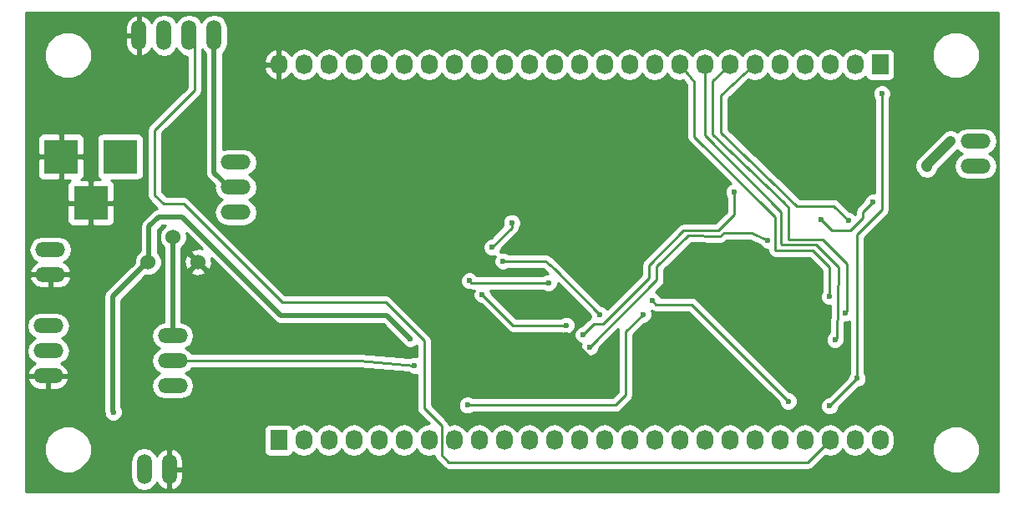
<source format=gbl>
G04 #@! TF.FileFunction,Copper,L2,Bot,Signal*
%FSLAX46Y46*%
G04 Gerber Fmt 4.6, Leading zero omitted, Abs format (unit mm)*
G04 Created by KiCad (PCBNEW 4.0.7-e2-6376~58~ubuntu14.04.1) date Thu Jan 18 16:09:12 2018*
%MOMM*%
%LPD*%
G01*
G04 APERTURE LIST*
%ADD10C,0.100000*%
%ADD11R,3.500120X3.500120*%
%ADD12O,3.014980X1.506220*%
%ADD13R,1.727200X2.032000*%
%ADD14O,1.727200X2.032000*%
%ADD15O,1.506220X3.014980*%
%ADD16C,1.500000*%
%ADD17R,1.500000X1.500000*%
%ADD18C,1.524000*%
%ADD19C,0.600000*%
%ADD20C,0.500000*%
%ADD21C,1.000000*%
%ADD22C,0.250000*%
%ADD23C,0.254000*%
G04 APERTURE END LIST*
D10*
D11*
X70300140Y-70300000D03*
X64300660Y-70300000D03*
X67300400Y-74999000D03*
D12*
X75600000Y-88460000D03*
X75600000Y-91000000D03*
X75600000Y-93540000D03*
D13*
X86360000Y-99060000D03*
D14*
X88900000Y-99060000D03*
X91440000Y-99060000D03*
X93980000Y-99060000D03*
X96520000Y-99060000D03*
X99060000Y-99060000D03*
X101600000Y-99060000D03*
X104140000Y-99060000D03*
X106680000Y-99060000D03*
X109220000Y-99060000D03*
X111760000Y-99060000D03*
X114300000Y-99060000D03*
X116840000Y-99060000D03*
X119380000Y-99060000D03*
X121920000Y-99060000D03*
X124460000Y-99060000D03*
X127000000Y-99060000D03*
X129540000Y-99060000D03*
X132080000Y-99060000D03*
X134620000Y-99060000D03*
X137160000Y-99060000D03*
X139700000Y-99060000D03*
X142240000Y-99060000D03*
X144780000Y-99060000D03*
X147320000Y-99060000D03*
D13*
X147320000Y-60960000D03*
D14*
X144780000Y-60960000D03*
X142240000Y-60960000D03*
X139700000Y-60960000D03*
X137160000Y-60960000D03*
X134620000Y-60960000D03*
X132080000Y-60960000D03*
X129540000Y-60960000D03*
X127000000Y-60960000D03*
X124460000Y-60960000D03*
X121920000Y-60960000D03*
X119380000Y-60960000D03*
X116840000Y-60960000D03*
X114300000Y-60960000D03*
X111760000Y-60960000D03*
X109220000Y-60960000D03*
X106680000Y-60960000D03*
X104140000Y-60960000D03*
X101600000Y-60960000D03*
X99060000Y-60960000D03*
X96520000Y-60960000D03*
X93980000Y-60960000D03*
X91440000Y-60960000D03*
X88900000Y-60960000D03*
X86360000Y-60960000D03*
D15*
X72730000Y-102000000D03*
X75270000Y-102000000D03*
D12*
X63000000Y-87460000D03*
X63000000Y-90000000D03*
X63000000Y-92540000D03*
X63200000Y-79730000D03*
X63200000Y-82270000D03*
D15*
X72190000Y-58000000D03*
X79810000Y-58000000D03*
X77270000Y-58000000D03*
X74730000Y-58000000D03*
D12*
X157000000Y-71270000D03*
X157000000Y-68730000D03*
D16*
X121900000Y-77500000D03*
X117800000Y-81900000D03*
X83300000Y-79400000D03*
X129200000Y-83900000D03*
X151200000Y-92600000D03*
D12*
X82000000Y-75940000D03*
X82000000Y-73400000D03*
X82000000Y-70860000D03*
D17*
X92000000Y-88600000D03*
X133400000Y-87400000D03*
X93900000Y-78800000D03*
X150700000Y-84400000D03*
D18*
X75640000Y-78460000D03*
X73100000Y-81000000D03*
X78180000Y-81000000D03*
D19*
X115500000Y-88400000D03*
X118500000Y-93000000D03*
X97250000Y-69820000D03*
X95400000Y-72320000D03*
X118360000Y-69620000D03*
X120170000Y-69680000D03*
X152050000Y-71360000D03*
X154480000Y-68700000D03*
X135940000Y-78800000D03*
X141300000Y-76700000D03*
X146600000Y-74900000D03*
X117900000Y-89600000D03*
X100100000Y-91500000D03*
X105500000Y-95500000D03*
X123300000Y-86300000D03*
X118900000Y-86300000D03*
X109100000Y-80900000D03*
X138000000Y-95100000D03*
X124200000Y-84900000D03*
X110000000Y-77000000D03*
X108000000Y-79500000D03*
X142750000Y-88880000D03*
X143800000Y-86200000D03*
X144100000Y-76800000D03*
X142200000Y-84500000D03*
X132500000Y-73900000D03*
X117210000Y-88370000D03*
X105700000Y-82900000D03*
X113700000Y-83100000D03*
X69600000Y-96200000D03*
X99700000Y-88800000D03*
X147500000Y-63900000D03*
X145000000Y-92800000D03*
X142200000Y-95600000D03*
X115500000Y-87400000D03*
X107000000Y-84300000D03*
D20*
X115500000Y-88400000D02*
X118500000Y-91400000D01*
X118500000Y-91400000D02*
X118500000Y-93000000D01*
X97250000Y-69820000D02*
X95400000Y-71670000D01*
X95400000Y-71670000D02*
X95400000Y-72320000D01*
X120110000Y-69620000D02*
X118360000Y-69620000D01*
X120170000Y-69680000D02*
X120110000Y-69620000D01*
X79810000Y-58000000D02*
X79810000Y-71910000D01*
X79810000Y-71910000D02*
X81300000Y-73400000D01*
X81300000Y-73400000D02*
X82000000Y-73400000D01*
D21*
X151970000Y-71280000D02*
X152050000Y-71360000D01*
X151970000Y-71210000D02*
X151970000Y-71280000D01*
X154480000Y-68700000D02*
X151970000Y-71210000D01*
D22*
X134350000Y-78050000D02*
X131533052Y-78050000D01*
X135940000Y-78800000D02*
X134350000Y-78050000D01*
X142400000Y-77800000D02*
X141300000Y-76700000D01*
X144300000Y-77800000D02*
X142400000Y-77800000D01*
X145600000Y-76500000D02*
X144300000Y-77800000D01*
X145600000Y-75900000D02*
X145600000Y-76500000D01*
X146600000Y-74900000D02*
X145600000Y-75900000D01*
X131550000Y-78050000D02*
X131100000Y-78400000D01*
X131100000Y-78400000D02*
X127900000Y-78300000D01*
X127900000Y-78300000D02*
X124700000Y-81400000D01*
X124700000Y-81400000D02*
X124700000Y-82800000D01*
X124700000Y-82800000D02*
X117900000Y-89600000D01*
D20*
X75600000Y-88460000D02*
X75600000Y-78520000D01*
X75600000Y-78520000D02*
X75540000Y-78460000D01*
D22*
X94500000Y-91000000D02*
X75600000Y-91000000D01*
X100100000Y-91500000D02*
X94500000Y-91000000D01*
X120500000Y-95500000D02*
X105500000Y-95500000D01*
X121500000Y-94500000D02*
X120500000Y-95500000D01*
X121500000Y-88000000D02*
X121500000Y-94500000D01*
X123300000Y-86300000D02*
X121500000Y-88000000D01*
X118900000Y-86300000D02*
X114300000Y-81700000D01*
X114300000Y-81700000D02*
X113400000Y-80900000D01*
X113400000Y-80900000D02*
X109100000Y-80900000D01*
X128200000Y-85300000D02*
X138000000Y-95100000D01*
X124600000Y-85300000D02*
X128200000Y-85300000D01*
X124200000Y-84900000D02*
X124600000Y-85300000D01*
X77800000Y-58530000D02*
X77800000Y-63600000D01*
X77800000Y-63600000D02*
X73800000Y-67600000D01*
X73800000Y-67600000D02*
X73800000Y-74200000D01*
X73800000Y-74200000D02*
X74700000Y-75100000D01*
X74700000Y-75100000D02*
X76700000Y-75100000D01*
X76700000Y-75100000D02*
X86700000Y-85100000D01*
X86700000Y-85100000D02*
X97200000Y-85100000D01*
X97200000Y-85100000D02*
X101100000Y-89000000D01*
X101100000Y-89000000D02*
X101100000Y-95800000D01*
X101100000Y-95800000D02*
X102900000Y-97600000D01*
X102900000Y-97600000D02*
X102900000Y-100600000D01*
X102900000Y-100600000D02*
X103600000Y-101300000D01*
X103600000Y-101300000D02*
X140000000Y-101300000D01*
X140000000Y-101300000D02*
X142240000Y-99060000D01*
X77800000Y-58530000D02*
X77270000Y-58000000D01*
X77270000Y-58000000D02*
X77270000Y-57230000D01*
X74730000Y-58000000D02*
X74730000Y-56770000D01*
X110000000Y-77500000D02*
X110000000Y-77000000D01*
X108000000Y-79500000D02*
X110000000Y-77500000D01*
X129540000Y-68140000D02*
X129540000Y-60960000D01*
X137300000Y-75900000D02*
X129540000Y-68140000D01*
X137300000Y-79100000D02*
X137300000Y-75900000D01*
X137400000Y-79200000D02*
X137300000Y-79100000D01*
X140800000Y-79200000D02*
X137400000Y-79200000D01*
X143100000Y-81500000D02*
X140800000Y-79200000D01*
X142950000Y-88680000D02*
X143100000Y-81500000D01*
X142750000Y-88880000D02*
X142950000Y-88680000D01*
X137999128Y-78685768D02*
X138000000Y-75500000D01*
X143800000Y-86200000D02*
X144000000Y-86000000D01*
X144000000Y-86000000D02*
X144000000Y-81200000D01*
X144000000Y-81200000D02*
X141500000Y-78700000D01*
X141500000Y-78700000D02*
X137999128Y-78685768D01*
X137594566Y-75000148D02*
X130300000Y-68080000D01*
X132080000Y-60960000D02*
X130340000Y-62640000D01*
X130340000Y-62640000D02*
X130300000Y-68080000D01*
X138000000Y-75500000D02*
X137594566Y-75000148D01*
X131190000Y-67890000D02*
X131180000Y-64080000D01*
X131180000Y-64080000D02*
X134610000Y-60810000D01*
X144100000Y-76800000D02*
X142600000Y-75300000D01*
X142600000Y-75300000D02*
X138900000Y-75300000D01*
X138900000Y-75300000D02*
X131190000Y-67890000D01*
X136700000Y-79800000D02*
X136700000Y-76400000D01*
X135900000Y-75700000D02*
X128470000Y-68280000D01*
X127000000Y-60960000D02*
X128510000Y-62750000D01*
X128510000Y-62750000D02*
X128470000Y-68280000D01*
X142200000Y-81500000D02*
X140500000Y-79800000D01*
X140500000Y-79800000D02*
X136700000Y-79800000D01*
X142200000Y-81500000D02*
X142200000Y-84500000D01*
X136700000Y-76400000D02*
X135900000Y-75700000D01*
X142200000Y-84500000D02*
X142200000Y-84500000D01*
X132500000Y-76200000D02*
X132500000Y-73900000D01*
X130900000Y-77800000D02*
X132500000Y-76200000D01*
X127400000Y-77800000D02*
X130900000Y-77800000D01*
X123900000Y-81300000D02*
X127400000Y-77800000D01*
X123900000Y-82600000D02*
X123900000Y-81300000D01*
X119200000Y-87300000D02*
X123900000Y-82600000D01*
X118300000Y-87300000D02*
X119200000Y-87300000D01*
X117210000Y-88370000D02*
X118300000Y-87300000D01*
X105700000Y-82900000D02*
X105900000Y-83100000D01*
X105900000Y-83100000D02*
X113700000Y-83100000D01*
D20*
X69500000Y-84500000D02*
X73000000Y-81000000D01*
X69500000Y-96100000D02*
X69500000Y-84500000D01*
X69600000Y-96200000D02*
X69500000Y-96100000D01*
X99700000Y-88800000D02*
X97300000Y-86400000D01*
X73200000Y-77400000D02*
X73200000Y-80800000D01*
X74200000Y-76400000D02*
X73200000Y-77400000D01*
X76600000Y-76400000D02*
X74200000Y-76400000D01*
X86600000Y-86400000D02*
X76600000Y-76400000D01*
X97300000Y-86400000D02*
X86600000Y-86400000D01*
X73200000Y-80800000D02*
X73000000Y-81000000D01*
D22*
X145000000Y-92800000D02*
X145000000Y-78200000D01*
X147500000Y-75700000D02*
X147500000Y-63900000D01*
X145000000Y-78200000D02*
X147500000Y-75700000D01*
X142200000Y-95600000D02*
X145000000Y-92800000D01*
X106680000Y-99060000D02*
X106680000Y-98520000D01*
X110100000Y-87400000D02*
X115500000Y-87400000D01*
X107000000Y-84300000D02*
X110100000Y-87400000D01*
D23*
G36*
X159290000Y-104290000D02*
X60710000Y-104290000D01*
X60710000Y-100472325D01*
X62614587Y-100472325D01*
X62976916Y-101349229D01*
X63647242Y-102020726D01*
X64523513Y-102384585D01*
X65472325Y-102385413D01*
X66349229Y-102023084D01*
X67020726Y-101352758D01*
X67082642Y-101203646D01*
X71341890Y-101203646D01*
X71341890Y-102796354D01*
X71447554Y-103327561D01*
X71748458Y-103777896D01*
X72198793Y-104078800D01*
X72730000Y-104184464D01*
X73261207Y-104078800D01*
X73711542Y-103777896D01*
X74012446Y-103327561D01*
X74013016Y-103324694D01*
X74036154Y-103402919D01*
X74378260Y-103825724D01*
X74856125Y-104085427D01*
X74928326Y-104099783D01*
X75143000Y-103977162D01*
X75143000Y-102127000D01*
X75397000Y-102127000D01*
X75397000Y-103977162D01*
X75611674Y-104099783D01*
X75683875Y-104085427D01*
X76161740Y-103825724D01*
X76503846Y-103402919D01*
X76658110Y-102881380D01*
X76658110Y-102127000D01*
X75397000Y-102127000D01*
X75143000Y-102127000D01*
X75123000Y-102127000D01*
X75123000Y-101873000D01*
X75143000Y-101873000D01*
X75143000Y-100022838D01*
X75397000Y-100022838D01*
X75397000Y-101873000D01*
X76658110Y-101873000D01*
X76658110Y-101118620D01*
X76503846Y-100597081D01*
X76161740Y-100174276D01*
X75683875Y-99914573D01*
X75611674Y-99900217D01*
X75397000Y-100022838D01*
X75143000Y-100022838D01*
X74928326Y-99900217D01*
X74856125Y-99914573D01*
X74378260Y-100174276D01*
X74036154Y-100597081D01*
X74013016Y-100675306D01*
X74012446Y-100672439D01*
X73711542Y-100222104D01*
X73261207Y-99921200D01*
X72730000Y-99815536D01*
X72198793Y-99921200D01*
X71748458Y-100222104D01*
X71447554Y-100672439D01*
X71341890Y-101203646D01*
X67082642Y-101203646D01*
X67384585Y-100476487D01*
X67385413Y-99527675D01*
X67023084Y-98650771D01*
X66352758Y-97979274D01*
X65476487Y-97615415D01*
X64527675Y-97614587D01*
X63650771Y-97976916D01*
X62979274Y-98647242D01*
X62615415Y-99523513D01*
X62614587Y-100472325D01*
X60710000Y-100472325D01*
X60710000Y-92881674D01*
X60900217Y-92881674D01*
X60914573Y-92953875D01*
X61174276Y-93431740D01*
X61597081Y-93773846D01*
X62118620Y-93928110D01*
X62873000Y-93928110D01*
X62873000Y-92667000D01*
X63127000Y-92667000D01*
X63127000Y-93928110D01*
X63881380Y-93928110D01*
X64402919Y-93773846D01*
X64825724Y-93431740D01*
X65085427Y-92953875D01*
X65099783Y-92881674D01*
X64977162Y-92667000D01*
X63127000Y-92667000D01*
X62873000Y-92667000D01*
X61022838Y-92667000D01*
X60900217Y-92881674D01*
X60710000Y-92881674D01*
X60710000Y-87460000D01*
X60815536Y-87460000D01*
X60921200Y-87991207D01*
X61222104Y-88441542D01*
X61653812Y-88730000D01*
X61222104Y-89018458D01*
X60921200Y-89468793D01*
X60815536Y-90000000D01*
X60921200Y-90531207D01*
X61222104Y-90981542D01*
X61672439Y-91282446D01*
X61675306Y-91283016D01*
X61597081Y-91306154D01*
X61174276Y-91648260D01*
X60914573Y-92126125D01*
X60900217Y-92198326D01*
X61022838Y-92413000D01*
X62873000Y-92413000D01*
X62873000Y-92393000D01*
X63127000Y-92393000D01*
X63127000Y-92413000D01*
X64977162Y-92413000D01*
X65099783Y-92198326D01*
X65085427Y-92126125D01*
X64825724Y-91648260D01*
X64402919Y-91306154D01*
X64324694Y-91283016D01*
X64327561Y-91282446D01*
X64777896Y-90981542D01*
X65078800Y-90531207D01*
X65184464Y-90000000D01*
X65078800Y-89468793D01*
X64777896Y-89018458D01*
X64346188Y-88730000D01*
X64777896Y-88441542D01*
X65078800Y-87991207D01*
X65184464Y-87460000D01*
X65078800Y-86928793D01*
X64777896Y-86478458D01*
X64327561Y-86177554D01*
X63796354Y-86071890D01*
X62203646Y-86071890D01*
X61672439Y-86177554D01*
X61222104Y-86478458D01*
X60921200Y-86928793D01*
X60815536Y-87460000D01*
X60710000Y-87460000D01*
X60710000Y-84500000D01*
X68614999Y-84500000D01*
X68615000Y-84500005D01*
X68615000Y-96099995D01*
X68614999Y-96100000D01*
X68655210Y-96302148D01*
X68664868Y-96350702D01*
X68664838Y-96385167D01*
X68678115Y-96417301D01*
X68682367Y-96438675D01*
X68694369Y-96456637D01*
X68806883Y-96728943D01*
X69069673Y-96992192D01*
X69413201Y-97134838D01*
X69785167Y-97135162D01*
X70128943Y-96993117D01*
X70392192Y-96730327D01*
X70534838Y-96386799D01*
X70535162Y-96014833D01*
X70393117Y-95671057D01*
X70385000Y-95662926D01*
X70385000Y-84866580D01*
X72854793Y-82396787D01*
X73376661Y-82397242D01*
X73890303Y-82185010D01*
X74283629Y-81792370D01*
X74496757Y-81279100D01*
X74497242Y-80723339D01*
X74285010Y-80209697D01*
X74085000Y-80009338D01*
X74085000Y-77766580D01*
X74566579Y-77285000D01*
X74839670Y-77285000D01*
X74456371Y-77667630D01*
X74243243Y-78180900D01*
X74242758Y-78736661D01*
X74454990Y-79250303D01*
X74715000Y-79510767D01*
X74715000Y-87089523D01*
X74272439Y-87177554D01*
X73822104Y-87478458D01*
X73521200Y-87928793D01*
X73415536Y-88460000D01*
X73521200Y-88991207D01*
X73822104Y-89441542D01*
X74253812Y-89730000D01*
X73822104Y-90018458D01*
X73521200Y-90468793D01*
X73415536Y-91000000D01*
X73521200Y-91531207D01*
X73822104Y-91981542D01*
X74253812Y-92270000D01*
X73822104Y-92558458D01*
X73521200Y-93008793D01*
X73415536Y-93540000D01*
X73521200Y-94071207D01*
X73822104Y-94521542D01*
X74272439Y-94822446D01*
X74803646Y-94928110D01*
X76396354Y-94928110D01*
X76927561Y-94822446D01*
X77377896Y-94521542D01*
X77678800Y-94071207D01*
X77784464Y-93540000D01*
X77678800Y-93008793D01*
X77377896Y-92558458D01*
X76946188Y-92270000D01*
X77377896Y-91981542D01*
X77525926Y-91760000D01*
X94466135Y-91760000D01*
X99485813Y-92208186D01*
X99569673Y-92292192D01*
X99913201Y-92434838D01*
X100285167Y-92435162D01*
X100340000Y-92412506D01*
X100340000Y-95800000D01*
X100397852Y-96090839D01*
X100562599Y-96337401D01*
X101602313Y-97377115D01*
X101600000Y-97376655D01*
X101026511Y-97490729D01*
X100540330Y-97815585D01*
X100330000Y-98130366D01*
X100119670Y-97815585D01*
X99633489Y-97490729D01*
X99060000Y-97376655D01*
X98486511Y-97490729D01*
X98000330Y-97815585D01*
X97790000Y-98130366D01*
X97579670Y-97815585D01*
X97093489Y-97490729D01*
X96520000Y-97376655D01*
X95946511Y-97490729D01*
X95460330Y-97815585D01*
X95250000Y-98130366D01*
X95039670Y-97815585D01*
X94553489Y-97490729D01*
X93980000Y-97376655D01*
X93406511Y-97490729D01*
X92920330Y-97815585D01*
X92710000Y-98130366D01*
X92499670Y-97815585D01*
X92013489Y-97490729D01*
X91440000Y-97376655D01*
X90866511Y-97490729D01*
X90380330Y-97815585D01*
X90170000Y-98130366D01*
X89959670Y-97815585D01*
X89473489Y-97490729D01*
X88900000Y-97376655D01*
X88326511Y-97490729D01*
X87840330Y-97815585D01*
X87830757Y-97829913D01*
X87826762Y-97808683D01*
X87687690Y-97592559D01*
X87475490Y-97447569D01*
X87223600Y-97396560D01*
X85496400Y-97396560D01*
X85261083Y-97440838D01*
X85044959Y-97579910D01*
X84899969Y-97792110D01*
X84848960Y-98044000D01*
X84848960Y-100076000D01*
X84893238Y-100311317D01*
X85032310Y-100527441D01*
X85244510Y-100672431D01*
X85496400Y-100723440D01*
X87223600Y-100723440D01*
X87458917Y-100679162D01*
X87675041Y-100540090D01*
X87820031Y-100327890D01*
X87828400Y-100286561D01*
X87840330Y-100304415D01*
X88326511Y-100629271D01*
X88900000Y-100743345D01*
X89473489Y-100629271D01*
X89959670Y-100304415D01*
X90170000Y-99989634D01*
X90380330Y-100304415D01*
X90866511Y-100629271D01*
X91440000Y-100743345D01*
X92013489Y-100629271D01*
X92499670Y-100304415D01*
X92710000Y-99989634D01*
X92920330Y-100304415D01*
X93406511Y-100629271D01*
X93980000Y-100743345D01*
X94553489Y-100629271D01*
X95039670Y-100304415D01*
X95250000Y-99989634D01*
X95460330Y-100304415D01*
X95946511Y-100629271D01*
X96520000Y-100743345D01*
X97093489Y-100629271D01*
X97579670Y-100304415D01*
X97790000Y-99989634D01*
X98000330Y-100304415D01*
X98486511Y-100629271D01*
X99060000Y-100743345D01*
X99633489Y-100629271D01*
X100119670Y-100304415D01*
X100330000Y-99989634D01*
X100540330Y-100304415D01*
X101026511Y-100629271D01*
X101600000Y-100743345D01*
X102146875Y-100634565D01*
X102197852Y-100890839D01*
X102362599Y-101137401D01*
X103062598Y-101837401D01*
X103227345Y-101947480D01*
X103309161Y-102002148D01*
X103600000Y-102060000D01*
X140000000Y-102060000D01*
X140290839Y-102002148D01*
X140537401Y-101837401D01*
X141732421Y-100642381D01*
X142240000Y-100743345D01*
X142813489Y-100629271D01*
X143299670Y-100304415D01*
X143510000Y-99989634D01*
X143720330Y-100304415D01*
X144206511Y-100629271D01*
X144780000Y-100743345D01*
X145353489Y-100629271D01*
X145839670Y-100304415D01*
X146050000Y-99989634D01*
X146260330Y-100304415D01*
X146746511Y-100629271D01*
X147320000Y-100743345D01*
X147893489Y-100629271D01*
X148128375Y-100472325D01*
X152614587Y-100472325D01*
X152976916Y-101349229D01*
X153647242Y-102020726D01*
X154523513Y-102384585D01*
X155472325Y-102385413D01*
X156349229Y-102023084D01*
X157020726Y-101352758D01*
X157384585Y-100476487D01*
X157385413Y-99527675D01*
X157023084Y-98650771D01*
X156352758Y-97979274D01*
X155476487Y-97615415D01*
X154527675Y-97614587D01*
X153650771Y-97976916D01*
X152979274Y-98647242D01*
X152615415Y-99523513D01*
X152614587Y-100472325D01*
X148128375Y-100472325D01*
X148379670Y-100304415D01*
X148704526Y-99818234D01*
X148818600Y-99244745D01*
X148818600Y-98875255D01*
X148704526Y-98301766D01*
X148379670Y-97815585D01*
X147893489Y-97490729D01*
X147320000Y-97376655D01*
X146746511Y-97490729D01*
X146260330Y-97815585D01*
X146050000Y-98130366D01*
X145839670Y-97815585D01*
X145353489Y-97490729D01*
X144780000Y-97376655D01*
X144206511Y-97490729D01*
X143720330Y-97815585D01*
X143510000Y-98130366D01*
X143299670Y-97815585D01*
X142813489Y-97490729D01*
X142240000Y-97376655D01*
X141666511Y-97490729D01*
X141180330Y-97815585D01*
X140970000Y-98130366D01*
X140759670Y-97815585D01*
X140273489Y-97490729D01*
X139700000Y-97376655D01*
X139126511Y-97490729D01*
X138640330Y-97815585D01*
X138430000Y-98130366D01*
X138219670Y-97815585D01*
X137733489Y-97490729D01*
X137160000Y-97376655D01*
X136586511Y-97490729D01*
X136100330Y-97815585D01*
X135890000Y-98130366D01*
X135679670Y-97815585D01*
X135193489Y-97490729D01*
X134620000Y-97376655D01*
X134046511Y-97490729D01*
X133560330Y-97815585D01*
X133350000Y-98130366D01*
X133139670Y-97815585D01*
X132653489Y-97490729D01*
X132080000Y-97376655D01*
X131506511Y-97490729D01*
X131020330Y-97815585D01*
X130810000Y-98130366D01*
X130599670Y-97815585D01*
X130113489Y-97490729D01*
X129540000Y-97376655D01*
X128966511Y-97490729D01*
X128480330Y-97815585D01*
X128270000Y-98130366D01*
X128059670Y-97815585D01*
X127573489Y-97490729D01*
X127000000Y-97376655D01*
X126426511Y-97490729D01*
X125940330Y-97815585D01*
X125730000Y-98130366D01*
X125519670Y-97815585D01*
X125033489Y-97490729D01*
X124460000Y-97376655D01*
X123886511Y-97490729D01*
X123400330Y-97815585D01*
X123190000Y-98130366D01*
X122979670Y-97815585D01*
X122493489Y-97490729D01*
X121920000Y-97376655D01*
X121346511Y-97490729D01*
X120860330Y-97815585D01*
X120650000Y-98130366D01*
X120439670Y-97815585D01*
X119953489Y-97490729D01*
X119380000Y-97376655D01*
X118806511Y-97490729D01*
X118320330Y-97815585D01*
X118110000Y-98130366D01*
X117899670Y-97815585D01*
X117413489Y-97490729D01*
X116840000Y-97376655D01*
X116266511Y-97490729D01*
X115780330Y-97815585D01*
X115570000Y-98130366D01*
X115359670Y-97815585D01*
X114873489Y-97490729D01*
X114300000Y-97376655D01*
X113726511Y-97490729D01*
X113240330Y-97815585D01*
X113030000Y-98130366D01*
X112819670Y-97815585D01*
X112333489Y-97490729D01*
X111760000Y-97376655D01*
X111186511Y-97490729D01*
X110700330Y-97815585D01*
X110490000Y-98130366D01*
X110279670Y-97815585D01*
X109793489Y-97490729D01*
X109220000Y-97376655D01*
X108646511Y-97490729D01*
X108160330Y-97815585D01*
X107950000Y-98130366D01*
X107739670Y-97815585D01*
X107253489Y-97490729D01*
X106680000Y-97376655D01*
X106106511Y-97490729D01*
X105620330Y-97815585D01*
X105410000Y-98130366D01*
X105199670Y-97815585D01*
X104713489Y-97490729D01*
X104140000Y-97376655D01*
X103635533Y-97477000D01*
X103602148Y-97309161D01*
X103602148Y-97309160D01*
X103437401Y-97062599D01*
X101860000Y-95485198D01*
X101860000Y-89000000D01*
X101802148Y-88709161D01*
X101637401Y-88462599D01*
X97737401Y-84562599D01*
X97490839Y-84397852D01*
X97200000Y-84340000D01*
X87014802Y-84340000D01*
X77237401Y-74562599D01*
X76990839Y-74397852D01*
X76700000Y-74340000D01*
X75014802Y-74340000D01*
X74560000Y-73885198D01*
X74560000Y-67914802D01*
X78337401Y-64137401D01*
X78502148Y-63890840D01*
X78560000Y-63600000D01*
X78560000Y-59376120D01*
X78828458Y-59777896D01*
X78925000Y-59842403D01*
X78925000Y-71909995D01*
X78924999Y-71910000D01*
X78973175Y-72152192D01*
X78992367Y-72248675D01*
X79103501Y-72415000D01*
X79184210Y-72535790D01*
X79854174Y-73205754D01*
X79815536Y-73400000D01*
X79921200Y-73931207D01*
X80222104Y-74381542D01*
X80653812Y-74670000D01*
X80222104Y-74958458D01*
X79921200Y-75408793D01*
X79815536Y-75940000D01*
X79921200Y-76471207D01*
X80222104Y-76921542D01*
X80672439Y-77222446D01*
X81203646Y-77328110D01*
X82796354Y-77328110D01*
X83327561Y-77222446D01*
X83777896Y-76921542D01*
X84078800Y-76471207D01*
X84184464Y-75940000D01*
X84078800Y-75408793D01*
X83777896Y-74958458D01*
X83346188Y-74670000D01*
X83777896Y-74381542D01*
X84078800Y-73931207D01*
X84184464Y-73400000D01*
X84078800Y-72868793D01*
X83777896Y-72418458D01*
X83346188Y-72130000D01*
X83777896Y-71841542D01*
X84078800Y-71391207D01*
X84184464Y-70860000D01*
X84078800Y-70328793D01*
X83777896Y-69878458D01*
X83327561Y-69577554D01*
X82796354Y-69471890D01*
X81203646Y-69471890D01*
X80695000Y-69573066D01*
X80695000Y-61321913D01*
X84874816Y-61321913D01*
X85068046Y-61874320D01*
X85457964Y-62310732D01*
X85985209Y-62564709D01*
X86000974Y-62567358D01*
X86233000Y-62446217D01*
X86233000Y-61087000D01*
X85019076Y-61087000D01*
X84874816Y-61321913D01*
X80695000Y-61321913D01*
X80695000Y-60598087D01*
X84874816Y-60598087D01*
X85019076Y-60833000D01*
X86233000Y-60833000D01*
X86233000Y-59473783D01*
X86487000Y-59473783D01*
X86487000Y-60833000D01*
X86507000Y-60833000D01*
X86507000Y-61087000D01*
X86487000Y-61087000D01*
X86487000Y-62446217D01*
X86719026Y-62567358D01*
X86734791Y-62564709D01*
X87262036Y-62310732D01*
X87633539Y-61894931D01*
X87840330Y-62204415D01*
X88326511Y-62529271D01*
X88900000Y-62643345D01*
X89473489Y-62529271D01*
X89959670Y-62204415D01*
X90170000Y-61889634D01*
X90380330Y-62204415D01*
X90866511Y-62529271D01*
X91440000Y-62643345D01*
X92013489Y-62529271D01*
X92499670Y-62204415D01*
X92710000Y-61889634D01*
X92920330Y-62204415D01*
X93406511Y-62529271D01*
X93980000Y-62643345D01*
X94553489Y-62529271D01*
X95039670Y-62204415D01*
X95250000Y-61889634D01*
X95460330Y-62204415D01*
X95946511Y-62529271D01*
X96520000Y-62643345D01*
X97093489Y-62529271D01*
X97579670Y-62204415D01*
X97790000Y-61889634D01*
X98000330Y-62204415D01*
X98486511Y-62529271D01*
X99060000Y-62643345D01*
X99633489Y-62529271D01*
X100119670Y-62204415D01*
X100330000Y-61889634D01*
X100540330Y-62204415D01*
X101026511Y-62529271D01*
X101600000Y-62643345D01*
X102173489Y-62529271D01*
X102659670Y-62204415D01*
X102870000Y-61889634D01*
X103080330Y-62204415D01*
X103566511Y-62529271D01*
X104140000Y-62643345D01*
X104713489Y-62529271D01*
X105199670Y-62204415D01*
X105410000Y-61889634D01*
X105620330Y-62204415D01*
X106106511Y-62529271D01*
X106680000Y-62643345D01*
X107253489Y-62529271D01*
X107739670Y-62204415D01*
X107950000Y-61889634D01*
X108160330Y-62204415D01*
X108646511Y-62529271D01*
X109220000Y-62643345D01*
X109793489Y-62529271D01*
X110279670Y-62204415D01*
X110490000Y-61889634D01*
X110700330Y-62204415D01*
X111186511Y-62529271D01*
X111760000Y-62643345D01*
X112333489Y-62529271D01*
X112819670Y-62204415D01*
X113030000Y-61889634D01*
X113240330Y-62204415D01*
X113726511Y-62529271D01*
X114300000Y-62643345D01*
X114873489Y-62529271D01*
X115359670Y-62204415D01*
X115570000Y-61889634D01*
X115780330Y-62204415D01*
X116266511Y-62529271D01*
X116840000Y-62643345D01*
X117413489Y-62529271D01*
X117899670Y-62204415D01*
X118110000Y-61889634D01*
X118320330Y-62204415D01*
X118806511Y-62529271D01*
X119380000Y-62643345D01*
X119953489Y-62529271D01*
X120439670Y-62204415D01*
X120650000Y-61889634D01*
X120860330Y-62204415D01*
X121346511Y-62529271D01*
X121920000Y-62643345D01*
X122493489Y-62529271D01*
X122979670Y-62204415D01*
X123190000Y-61889634D01*
X123400330Y-62204415D01*
X123886511Y-62529271D01*
X124460000Y-62643345D01*
X125033489Y-62529271D01*
X125519670Y-62204415D01*
X125730000Y-61889634D01*
X125940330Y-62204415D01*
X126426511Y-62529271D01*
X127000000Y-62643345D01*
X127364557Y-62570830D01*
X127747988Y-63025361D01*
X127710020Y-68274503D01*
X127710595Y-68277509D01*
X127710000Y-68280512D01*
X127738455Y-68423060D01*
X127765767Y-68565753D01*
X127767449Y-68568310D01*
X127768048Y-68571312D01*
X127848875Y-68692103D01*
X127928726Y-68813500D01*
X127931259Y-68815219D01*
X127932961Y-68817763D01*
X132152705Y-73031828D01*
X131971057Y-73106883D01*
X131707808Y-73369673D01*
X131565162Y-73713201D01*
X131564838Y-74085167D01*
X131706883Y-74428943D01*
X131740000Y-74462118D01*
X131740000Y-75885198D01*
X130585198Y-77040000D01*
X127400000Y-77040000D01*
X127157414Y-77088254D01*
X127109160Y-77097852D01*
X126862599Y-77262599D01*
X123362599Y-80762599D01*
X123197852Y-81009161D01*
X123140000Y-81300000D01*
X123140000Y-82285198D01*
X119673646Y-85751552D01*
X119430327Y-85507808D01*
X119086799Y-85365162D01*
X119039923Y-85365121D01*
X114837401Y-81162599D01*
X114818577Y-81150021D01*
X114804916Y-81131969D01*
X113904917Y-80331969D01*
X113795902Y-80268053D01*
X113690839Y-80197852D01*
X113668636Y-80193435D01*
X113649106Y-80181985D01*
X113523941Y-80164654D01*
X113400000Y-80140000D01*
X109662463Y-80140000D01*
X109630327Y-80107808D01*
X109286799Y-79965162D01*
X108914833Y-79964838D01*
X108799618Y-80012444D01*
X108934838Y-79686799D01*
X108934879Y-79639923D01*
X110537401Y-78037401D01*
X110702148Y-77790839D01*
X110744497Y-77577939D01*
X110792192Y-77530327D01*
X110934838Y-77186799D01*
X110935162Y-76814833D01*
X110793117Y-76471057D01*
X110530327Y-76207808D01*
X110186799Y-76065162D01*
X109814833Y-76064838D01*
X109471057Y-76206883D01*
X109207808Y-76469673D01*
X109065162Y-76813201D01*
X109064838Y-77185167D01*
X109116061Y-77309137D01*
X107860320Y-78564878D01*
X107814833Y-78564838D01*
X107471057Y-78706883D01*
X107207808Y-78969673D01*
X107065162Y-79313201D01*
X107064838Y-79685167D01*
X107206883Y-80028943D01*
X107469673Y-80292192D01*
X107813201Y-80434838D01*
X108185167Y-80435162D01*
X108300382Y-80387556D01*
X108165162Y-80713201D01*
X108164838Y-81085167D01*
X108306883Y-81428943D01*
X108569673Y-81692192D01*
X108913201Y-81834838D01*
X109285167Y-81835162D01*
X109628943Y-81693117D01*
X109662118Y-81660000D01*
X113111048Y-81660000D01*
X113679152Y-82164981D01*
X113514833Y-82164838D01*
X113171057Y-82306883D01*
X113137882Y-82340000D01*
X106462114Y-82340000D01*
X106230327Y-82107808D01*
X105886799Y-81965162D01*
X105514833Y-81964838D01*
X105171057Y-82106883D01*
X104907808Y-82369673D01*
X104765162Y-82713201D01*
X104764838Y-83085167D01*
X104906883Y-83428943D01*
X105169673Y-83692192D01*
X105513201Y-83834838D01*
X105774648Y-83835066D01*
X105900000Y-83860000D01*
X106170301Y-83860000D01*
X106065162Y-84113201D01*
X106064838Y-84485167D01*
X106206883Y-84828943D01*
X106469673Y-85092192D01*
X106813201Y-85234838D01*
X106860077Y-85234879D01*
X109562599Y-87937401D01*
X109809161Y-88102148D01*
X110100000Y-88160000D01*
X114937537Y-88160000D01*
X114969673Y-88192192D01*
X115313201Y-88334838D01*
X115685167Y-88335162D01*
X116028943Y-88193117D01*
X116292192Y-87930327D01*
X116434838Y-87586799D01*
X116435162Y-87214833D01*
X116293117Y-86871057D01*
X116030327Y-86607808D01*
X115686799Y-86465162D01*
X115314833Y-86464838D01*
X114971057Y-86606883D01*
X114937882Y-86640000D01*
X110414802Y-86640000D01*
X107935122Y-84160320D01*
X107935162Y-84114833D01*
X107829867Y-83860000D01*
X113137537Y-83860000D01*
X113169673Y-83892192D01*
X113513201Y-84034838D01*
X113885167Y-84035162D01*
X114228943Y-83893117D01*
X114492192Y-83630327D01*
X114634838Y-83286799D01*
X114634992Y-83109794D01*
X117964878Y-86439680D01*
X117964838Y-86485167D01*
X118011228Y-86597441D01*
X118009161Y-86597852D01*
X117888779Y-86678289D01*
X117767598Y-86757646D01*
X117077701Y-87434884D01*
X117024833Y-87434838D01*
X116681057Y-87576883D01*
X116417808Y-87839673D01*
X116275162Y-88183201D01*
X116274838Y-88555167D01*
X116416883Y-88898943D01*
X116679673Y-89162192D01*
X117012077Y-89300219D01*
X116965162Y-89413201D01*
X116964838Y-89785167D01*
X117106883Y-90128943D01*
X117369673Y-90392192D01*
X117713201Y-90534838D01*
X118085167Y-90535162D01*
X118428943Y-90393117D01*
X118692192Y-90130327D01*
X118834838Y-89786799D01*
X118834879Y-89739923D01*
X120781020Y-87793782D01*
X120771002Y-87844142D01*
X120740310Y-87978295D01*
X120742153Y-87989176D01*
X120740000Y-88000000D01*
X120740000Y-94185198D01*
X120185198Y-94740000D01*
X106062463Y-94740000D01*
X106030327Y-94707808D01*
X105686799Y-94565162D01*
X105314833Y-94564838D01*
X104971057Y-94706883D01*
X104707808Y-94969673D01*
X104565162Y-95313201D01*
X104564838Y-95685167D01*
X104706883Y-96028943D01*
X104969673Y-96292192D01*
X105313201Y-96434838D01*
X105685167Y-96435162D01*
X106028943Y-96293117D01*
X106062118Y-96260000D01*
X120500000Y-96260000D01*
X120790839Y-96202148D01*
X121037401Y-96037401D01*
X122037401Y-95037401D01*
X122202148Y-94790839D01*
X122260000Y-94500000D01*
X122260000Y-88327595D01*
X123416757Y-87235102D01*
X123485167Y-87235162D01*
X123828943Y-87093117D01*
X124092192Y-86830327D01*
X124234838Y-86486799D01*
X124235162Y-86114833D01*
X124142623Y-85890872D01*
X124309160Y-86002148D01*
X124344412Y-86009160D01*
X124600000Y-86060000D01*
X127885198Y-86060000D01*
X137064878Y-95239680D01*
X137064838Y-95285167D01*
X137206883Y-95628943D01*
X137469673Y-95892192D01*
X137813201Y-96034838D01*
X138185167Y-96035162D01*
X138528943Y-95893117D01*
X138792192Y-95630327D01*
X138934838Y-95286799D01*
X138935162Y-94914833D01*
X138793117Y-94571057D01*
X138530327Y-94307808D01*
X138186799Y-94165162D01*
X138139923Y-94165121D01*
X128737401Y-84762599D01*
X128490839Y-84597852D01*
X128200000Y-84540000D01*
X125062923Y-84540000D01*
X124993117Y-84371057D01*
X124730327Y-84107808D01*
X124544257Y-84030545D01*
X125237401Y-83337401D01*
X125402148Y-83090840D01*
X125460000Y-82800000D01*
X125460000Y-81721892D01*
X128197770Y-79069676D01*
X131076261Y-79159629D01*
X131188259Y-79140967D01*
X131301503Y-79132800D01*
X131333481Y-79116769D01*
X131368766Y-79110890D01*
X131465091Y-79050792D01*
X131566595Y-78999908D01*
X131810762Y-78810000D01*
X134179750Y-78810000D01*
X135114680Y-79251005D01*
X135146883Y-79328943D01*
X135409673Y-79592192D01*
X135753201Y-79734838D01*
X135940000Y-79735001D01*
X135940000Y-79800000D01*
X135997852Y-80090839D01*
X136162599Y-80337401D01*
X136409161Y-80502148D01*
X136700000Y-80560000D01*
X140185198Y-80560000D01*
X141440000Y-81814802D01*
X141440000Y-83937537D01*
X141407808Y-83969673D01*
X141265162Y-84313201D01*
X141264838Y-84685167D01*
X141406883Y-85028943D01*
X141669673Y-85292192D01*
X142013201Y-85434838D01*
X142257626Y-85435051D01*
X142201824Y-88106082D01*
X141957808Y-88349673D01*
X141815162Y-88693201D01*
X141814838Y-89065167D01*
X141956883Y-89408943D01*
X142219673Y-89672192D01*
X142563201Y-89814838D01*
X142935167Y-89815162D01*
X143278943Y-89673117D01*
X143542192Y-89410327D01*
X143684838Y-89066799D01*
X143685063Y-88808099D01*
X143709834Y-88695874D01*
X143742444Y-87134951D01*
X143985167Y-87135162D01*
X144240000Y-87029867D01*
X144240000Y-92237537D01*
X144207808Y-92269673D01*
X144065162Y-92613201D01*
X144065121Y-92660077D01*
X142060320Y-94664878D01*
X142014833Y-94664838D01*
X141671057Y-94806883D01*
X141407808Y-95069673D01*
X141265162Y-95413201D01*
X141264838Y-95785167D01*
X141406883Y-96128943D01*
X141669673Y-96392192D01*
X142013201Y-96534838D01*
X142385167Y-96535162D01*
X142728943Y-96393117D01*
X142992192Y-96130327D01*
X143134838Y-95786799D01*
X143134879Y-95739923D01*
X145139680Y-93735122D01*
X145185167Y-93735162D01*
X145528943Y-93593117D01*
X145792192Y-93330327D01*
X145934838Y-92986799D01*
X145935162Y-92614833D01*
X145793117Y-92271057D01*
X145760000Y-92237882D01*
X145760000Y-78514802D01*
X148037401Y-76237401D01*
X148202148Y-75990839D01*
X148260000Y-75700000D01*
X148260000Y-71210000D01*
X150835000Y-71210000D01*
X150835000Y-71280000D01*
X150921397Y-71714346D01*
X151145714Y-72050060D01*
X151167434Y-72082566D01*
X151247434Y-72162566D01*
X151615655Y-72408603D01*
X152050000Y-72495000D01*
X152484345Y-72408603D01*
X152852566Y-72162566D01*
X153098603Y-71794345D01*
X153125374Y-71659758D01*
X155162618Y-69622514D01*
X155222104Y-69711542D01*
X155653812Y-70000000D01*
X155222104Y-70288458D01*
X154921200Y-70738793D01*
X154815536Y-71270000D01*
X154921200Y-71801207D01*
X155222104Y-72251542D01*
X155672439Y-72552446D01*
X156203646Y-72658110D01*
X157796354Y-72658110D01*
X158327561Y-72552446D01*
X158777896Y-72251542D01*
X159078800Y-71801207D01*
X159184464Y-71270000D01*
X159078800Y-70738793D01*
X158777896Y-70288458D01*
X158346188Y-70000000D01*
X158777896Y-69711542D01*
X159078800Y-69261207D01*
X159184464Y-68730000D01*
X159078800Y-68198793D01*
X158777896Y-67748458D01*
X158327561Y-67447554D01*
X157796354Y-67341890D01*
X156203646Y-67341890D01*
X155672439Y-67447554D01*
X155222104Y-67748458D01*
X155171948Y-67823522D01*
X154914345Y-67651397D01*
X154480000Y-67565000D01*
X154045655Y-67651397D01*
X153677434Y-67897434D01*
X151167434Y-70407434D01*
X150921397Y-70775654D01*
X150835000Y-71210000D01*
X148260000Y-71210000D01*
X148260000Y-64462463D01*
X148292192Y-64430327D01*
X148434838Y-64086799D01*
X148435162Y-63714833D01*
X148293117Y-63371057D01*
X148030327Y-63107808D01*
X147686799Y-62965162D01*
X147314833Y-62964838D01*
X146971057Y-63106883D01*
X146707808Y-63369673D01*
X146565162Y-63713201D01*
X146564838Y-64085167D01*
X146706883Y-64428943D01*
X146740000Y-64462118D01*
X146740000Y-73965121D01*
X146414833Y-73964838D01*
X146071057Y-74106883D01*
X145807808Y-74369673D01*
X145665162Y-74713201D01*
X145665121Y-74760077D01*
X145062599Y-75362599D01*
X144897852Y-75609161D01*
X144840000Y-75900000D01*
X144840000Y-76185198D01*
X144823690Y-76201508D01*
X144630327Y-76007808D01*
X144286799Y-75865162D01*
X144239923Y-75865121D01*
X143137401Y-74762599D01*
X142890839Y-74597852D01*
X142600000Y-74540000D01*
X139206006Y-74540000D01*
X131949151Y-67565512D01*
X131940854Y-64404671D01*
X133965086Y-62474864D01*
X134046511Y-62529271D01*
X134620000Y-62643345D01*
X135193489Y-62529271D01*
X135679670Y-62204415D01*
X135890000Y-61889634D01*
X136100330Y-62204415D01*
X136586511Y-62529271D01*
X137160000Y-62643345D01*
X137733489Y-62529271D01*
X138219670Y-62204415D01*
X138430000Y-61889634D01*
X138640330Y-62204415D01*
X139126511Y-62529271D01*
X139700000Y-62643345D01*
X140273489Y-62529271D01*
X140759670Y-62204415D01*
X140970000Y-61889634D01*
X141180330Y-62204415D01*
X141666511Y-62529271D01*
X142240000Y-62643345D01*
X142813489Y-62529271D01*
X143299670Y-62204415D01*
X143510000Y-61889634D01*
X143720330Y-62204415D01*
X144206511Y-62529271D01*
X144780000Y-62643345D01*
X145353489Y-62529271D01*
X145839670Y-62204415D01*
X145849243Y-62190087D01*
X145853238Y-62211317D01*
X145992310Y-62427441D01*
X146204510Y-62572431D01*
X146456400Y-62623440D01*
X148183600Y-62623440D01*
X148418917Y-62579162D01*
X148635041Y-62440090D01*
X148780031Y-62227890D01*
X148831040Y-61976000D01*
X148831040Y-60472325D01*
X152614587Y-60472325D01*
X152976916Y-61349229D01*
X153647242Y-62020726D01*
X154523513Y-62384585D01*
X155472325Y-62385413D01*
X156349229Y-62023084D01*
X157020726Y-61352758D01*
X157384585Y-60476487D01*
X157385413Y-59527675D01*
X157023084Y-58650771D01*
X156352758Y-57979274D01*
X155476487Y-57615415D01*
X154527675Y-57614587D01*
X153650771Y-57976916D01*
X152979274Y-58647242D01*
X152615415Y-59523513D01*
X152614587Y-60472325D01*
X148831040Y-60472325D01*
X148831040Y-59944000D01*
X148786762Y-59708683D01*
X148647690Y-59492559D01*
X148435490Y-59347569D01*
X148183600Y-59296560D01*
X146456400Y-59296560D01*
X146221083Y-59340838D01*
X146004959Y-59479910D01*
X145859969Y-59692110D01*
X145851600Y-59733439D01*
X145839670Y-59715585D01*
X145353489Y-59390729D01*
X144780000Y-59276655D01*
X144206511Y-59390729D01*
X143720330Y-59715585D01*
X143510000Y-60030366D01*
X143299670Y-59715585D01*
X142813489Y-59390729D01*
X142240000Y-59276655D01*
X141666511Y-59390729D01*
X141180330Y-59715585D01*
X140970000Y-60030366D01*
X140759670Y-59715585D01*
X140273489Y-59390729D01*
X139700000Y-59276655D01*
X139126511Y-59390729D01*
X138640330Y-59715585D01*
X138430000Y-60030366D01*
X138219670Y-59715585D01*
X137733489Y-59390729D01*
X137160000Y-59276655D01*
X136586511Y-59390729D01*
X136100330Y-59715585D01*
X135890000Y-60030366D01*
X135679670Y-59715585D01*
X135193489Y-59390729D01*
X134620000Y-59276655D01*
X134046511Y-59390729D01*
X133560330Y-59715585D01*
X133350000Y-60030366D01*
X133139670Y-59715585D01*
X132653489Y-59390729D01*
X132080000Y-59276655D01*
X131506511Y-59390729D01*
X131020330Y-59715585D01*
X130810000Y-60030366D01*
X130599670Y-59715585D01*
X130113489Y-59390729D01*
X129540000Y-59276655D01*
X128966511Y-59390729D01*
X128480330Y-59715585D01*
X128270000Y-60030366D01*
X128059670Y-59715585D01*
X127573489Y-59390729D01*
X127000000Y-59276655D01*
X126426511Y-59390729D01*
X125940330Y-59715585D01*
X125730000Y-60030366D01*
X125519670Y-59715585D01*
X125033489Y-59390729D01*
X124460000Y-59276655D01*
X123886511Y-59390729D01*
X123400330Y-59715585D01*
X123190000Y-60030366D01*
X122979670Y-59715585D01*
X122493489Y-59390729D01*
X121920000Y-59276655D01*
X121346511Y-59390729D01*
X120860330Y-59715585D01*
X120650000Y-60030366D01*
X120439670Y-59715585D01*
X119953489Y-59390729D01*
X119380000Y-59276655D01*
X118806511Y-59390729D01*
X118320330Y-59715585D01*
X118110000Y-60030366D01*
X117899670Y-59715585D01*
X117413489Y-59390729D01*
X116840000Y-59276655D01*
X116266511Y-59390729D01*
X115780330Y-59715585D01*
X115570000Y-60030366D01*
X115359670Y-59715585D01*
X114873489Y-59390729D01*
X114300000Y-59276655D01*
X113726511Y-59390729D01*
X113240330Y-59715585D01*
X113030000Y-60030366D01*
X112819670Y-59715585D01*
X112333489Y-59390729D01*
X111760000Y-59276655D01*
X111186511Y-59390729D01*
X110700330Y-59715585D01*
X110490000Y-60030366D01*
X110279670Y-59715585D01*
X109793489Y-59390729D01*
X109220000Y-59276655D01*
X108646511Y-59390729D01*
X108160330Y-59715585D01*
X107950000Y-60030366D01*
X107739670Y-59715585D01*
X107253489Y-59390729D01*
X106680000Y-59276655D01*
X106106511Y-59390729D01*
X105620330Y-59715585D01*
X105410000Y-60030366D01*
X105199670Y-59715585D01*
X104713489Y-59390729D01*
X104140000Y-59276655D01*
X103566511Y-59390729D01*
X103080330Y-59715585D01*
X102870000Y-60030366D01*
X102659670Y-59715585D01*
X102173489Y-59390729D01*
X101600000Y-59276655D01*
X101026511Y-59390729D01*
X100540330Y-59715585D01*
X100330000Y-60030366D01*
X100119670Y-59715585D01*
X99633489Y-59390729D01*
X99060000Y-59276655D01*
X98486511Y-59390729D01*
X98000330Y-59715585D01*
X97790000Y-60030366D01*
X97579670Y-59715585D01*
X97093489Y-59390729D01*
X96520000Y-59276655D01*
X95946511Y-59390729D01*
X95460330Y-59715585D01*
X95250000Y-60030366D01*
X95039670Y-59715585D01*
X94553489Y-59390729D01*
X93980000Y-59276655D01*
X93406511Y-59390729D01*
X92920330Y-59715585D01*
X92710000Y-60030366D01*
X92499670Y-59715585D01*
X92013489Y-59390729D01*
X91440000Y-59276655D01*
X90866511Y-59390729D01*
X90380330Y-59715585D01*
X90170000Y-60030366D01*
X89959670Y-59715585D01*
X89473489Y-59390729D01*
X88900000Y-59276655D01*
X88326511Y-59390729D01*
X87840330Y-59715585D01*
X87633539Y-60025069D01*
X87262036Y-59609268D01*
X86734791Y-59355291D01*
X86719026Y-59352642D01*
X86487000Y-59473783D01*
X86233000Y-59473783D01*
X86000974Y-59352642D01*
X85985209Y-59355291D01*
X85457964Y-59609268D01*
X85068046Y-60045680D01*
X84874816Y-60598087D01*
X80695000Y-60598087D01*
X80695000Y-59842403D01*
X80791542Y-59777896D01*
X81092446Y-59327561D01*
X81198110Y-58796354D01*
X81198110Y-57203646D01*
X81092446Y-56672439D01*
X80791542Y-56222104D01*
X80341207Y-55921200D01*
X79810000Y-55815536D01*
X79278793Y-55921200D01*
X78828458Y-56222104D01*
X78540000Y-56653812D01*
X78251542Y-56222104D01*
X77801207Y-55921200D01*
X77270000Y-55815536D01*
X76738793Y-55921200D01*
X76288458Y-56222104D01*
X76000000Y-56653812D01*
X75711542Y-56222104D01*
X75261207Y-55921200D01*
X74730000Y-55815536D01*
X74198793Y-55921200D01*
X73748458Y-56222104D01*
X73447554Y-56672439D01*
X73446984Y-56675306D01*
X73423846Y-56597081D01*
X73081740Y-56174276D01*
X72603875Y-55914573D01*
X72531674Y-55900217D01*
X72317000Y-56022838D01*
X72317000Y-57873000D01*
X72337000Y-57873000D01*
X72337000Y-58127000D01*
X72317000Y-58127000D01*
X72317000Y-59977162D01*
X72531674Y-60099783D01*
X72603875Y-60085427D01*
X73081740Y-59825724D01*
X73423846Y-59402919D01*
X73446984Y-59324694D01*
X73447554Y-59327561D01*
X73748458Y-59777896D01*
X74198793Y-60078800D01*
X74730000Y-60184464D01*
X75261207Y-60078800D01*
X75711542Y-59777896D01*
X76000000Y-59346188D01*
X76288458Y-59777896D01*
X76738793Y-60078800D01*
X77040000Y-60138714D01*
X77040000Y-63285198D01*
X73262599Y-67062599D01*
X73097852Y-67309161D01*
X73040000Y-67600000D01*
X73040000Y-74200000D01*
X73097852Y-74490839D01*
X73262599Y-74737401D01*
X74066710Y-75541512D01*
X73861326Y-75582366D01*
X73778960Y-75637401D01*
X73574210Y-75774210D01*
X73574208Y-75774213D01*
X72574210Y-76774210D01*
X72382367Y-77061325D01*
X72378404Y-77081247D01*
X72314999Y-77400000D01*
X72315000Y-77400005D01*
X72315000Y-79812799D01*
X72309697Y-79814990D01*
X71916371Y-80207630D01*
X71703243Y-80720900D01*
X71702960Y-81045461D01*
X68874210Y-83874210D01*
X68682367Y-84161325D01*
X68682367Y-84161326D01*
X68614999Y-84500000D01*
X60710000Y-84500000D01*
X60710000Y-82611674D01*
X61100217Y-82611674D01*
X61114573Y-82683875D01*
X61374276Y-83161740D01*
X61797081Y-83503846D01*
X62318620Y-83658110D01*
X63073000Y-83658110D01*
X63073000Y-82397000D01*
X63327000Y-82397000D01*
X63327000Y-83658110D01*
X64081380Y-83658110D01*
X64602919Y-83503846D01*
X65025724Y-83161740D01*
X65285427Y-82683875D01*
X65299783Y-82611674D01*
X65177162Y-82397000D01*
X63327000Y-82397000D01*
X63073000Y-82397000D01*
X61222838Y-82397000D01*
X61100217Y-82611674D01*
X60710000Y-82611674D01*
X60710000Y-79730000D01*
X61015536Y-79730000D01*
X61121200Y-80261207D01*
X61422104Y-80711542D01*
X61872439Y-81012446D01*
X61875306Y-81013016D01*
X61797081Y-81036154D01*
X61374276Y-81378260D01*
X61114573Y-81856125D01*
X61100217Y-81928326D01*
X61222838Y-82143000D01*
X63073000Y-82143000D01*
X63073000Y-82123000D01*
X63327000Y-82123000D01*
X63327000Y-82143000D01*
X65177162Y-82143000D01*
X65299783Y-81928326D01*
X65285427Y-81856125D01*
X65025724Y-81378260D01*
X64602919Y-81036154D01*
X64524694Y-81013016D01*
X64527561Y-81012446D01*
X64977896Y-80711542D01*
X65278800Y-80261207D01*
X65384464Y-79730000D01*
X65278800Y-79198793D01*
X64977896Y-78748458D01*
X64527561Y-78447554D01*
X63996354Y-78341890D01*
X62403646Y-78341890D01*
X61872439Y-78447554D01*
X61422104Y-78748458D01*
X61121200Y-79198793D01*
X61015536Y-79730000D01*
X60710000Y-79730000D01*
X60710000Y-75284750D01*
X64915340Y-75284750D01*
X64915340Y-76875370D01*
X65012013Y-77108759D01*
X65190642Y-77287387D01*
X65424031Y-77384060D01*
X67014650Y-77384060D01*
X67173400Y-77225310D01*
X67173400Y-75126000D01*
X67427400Y-75126000D01*
X67427400Y-77225310D01*
X67586150Y-77384060D01*
X69176769Y-77384060D01*
X69410158Y-77287387D01*
X69588787Y-77108759D01*
X69685460Y-76875370D01*
X69685460Y-75284750D01*
X69526710Y-75126000D01*
X67427400Y-75126000D01*
X67173400Y-75126000D01*
X65074090Y-75126000D01*
X64915340Y-75284750D01*
X60710000Y-75284750D01*
X60710000Y-70585750D01*
X61915600Y-70585750D01*
X61915600Y-72176370D01*
X62012273Y-72409759D01*
X62190902Y-72588387D01*
X62424291Y-72685060D01*
X64014910Y-72685060D01*
X64173660Y-72526310D01*
X64173660Y-70427000D01*
X64427660Y-70427000D01*
X64427660Y-72526310D01*
X64586410Y-72685060D01*
X65252332Y-72685060D01*
X65190642Y-72710613D01*
X65012013Y-72889241D01*
X64915340Y-73122630D01*
X64915340Y-74713250D01*
X65074090Y-74872000D01*
X67173400Y-74872000D01*
X67173400Y-72772690D01*
X67427400Y-72772690D01*
X67427400Y-74872000D01*
X69526710Y-74872000D01*
X69685460Y-74713250D01*
X69685460Y-73122630D01*
X69588787Y-72889241D01*
X69410158Y-72710613D01*
X69378500Y-72697500D01*
X72050200Y-72697500D01*
X72285517Y-72653222D01*
X72501641Y-72514150D01*
X72646631Y-72301950D01*
X72697640Y-72050060D01*
X72697640Y-68549940D01*
X72653362Y-68314623D01*
X72514290Y-68098499D01*
X72302090Y-67953509D01*
X72050200Y-67902500D01*
X68550080Y-67902500D01*
X68314763Y-67946778D01*
X68098639Y-68085850D01*
X67953649Y-68298050D01*
X67902640Y-68549940D01*
X67902640Y-72050060D01*
X67946918Y-72285377D01*
X68085990Y-72501501D01*
X68250550Y-72613940D01*
X67586150Y-72613940D01*
X67427400Y-72772690D01*
X67173400Y-72772690D01*
X67014650Y-72613940D01*
X66348728Y-72613940D01*
X66410418Y-72588387D01*
X66589047Y-72409759D01*
X66685720Y-72176370D01*
X66685720Y-70585750D01*
X66526970Y-70427000D01*
X64427660Y-70427000D01*
X64173660Y-70427000D01*
X62074350Y-70427000D01*
X61915600Y-70585750D01*
X60710000Y-70585750D01*
X60710000Y-68423630D01*
X61915600Y-68423630D01*
X61915600Y-70014250D01*
X62074350Y-70173000D01*
X64173660Y-70173000D01*
X64173660Y-68073690D01*
X64427660Y-68073690D01*
X64427660Y-70173000D01*
X66526970Y-70173000D01*
X66685720Y-70014250D01*
X66685720Y-68423630D01*
X66589047Y-68190241D01*
X66410418Y-68011613D01*
X66177029Y-67914940D01*
X64586410Y-67914940D01*
X64427660Y-68073690D01*
X64173660Y-68073690D01*
X64014910Y-67914940D01*
X62424291Y-67914940D01*
X62190902Y-68011613D01*
X62012273Y-68190241D01*
X61915600Y-68423630D01*
X60710000Y-68423630D01*
X60710000Y-60472325D01*
X62614587Y-60472325D01*
X62976916Y-61349229D01*
X63647242Y-62020726D01*
X64523513Y-62384585D01*
X65472325Y-62385413D01*
X66349229Y-62023084D01*
X67020726Y-61352758D01*
X67384585Y-60476487D01*
X67385413Y-59527675D01*
X67023084Y-58650771D01*
X66500227Y-58127000D01*
X70801890Y-58127000D01*
X70801890Y-58881380D01*
X70956154Y-59402919D01*
X71298260Y-59825724D01*
X71776125Y-60085427D01*
X71848326Y-60099783D01*
X72063000Y-59977162D01*
X72063000Y-58127000D01*
X70801890Y-58127000D01*
X66500227Y-58127000D01*
X66352758Y-57979274D01*
X65476487Y-57615415D01*
X64527675Y-57614587D01*
X63650771Y-57976916D01*
X62979274Y-58647242D01*
X62615415Y-59523513D01*
X62614587Y-60472325D01*
X60710000Y-60472325D01*
X60710000Y-57118620D01*
X70801890Y-57118620D01*
X70801890Y-57873000D01*
X72063000Y-57873000D01*
X72063000Y-56022838D01*
X71848326Y-55900217D01*
X71776125Y-55914573D01*
X71298260Y-56174276D01*
X70956154Y-56597081D01*
X70801890Y-57118620D01*
X60710000Y-57118620D01*
X60710000Y-55710000D01*
X159290000Y-55710000D01*
X159290000Y-104290000D01*
X159290000Y-104290000D01*
G37*
X159290000Y-104290000D02*
X60710000Y-104290000D01*
X60710000Y-100472325D01*
X62614587Y-100472325D01*
X62976916Y-101349229D01*
X63647242Y-102020726D01*
X64523513Y-102384585D01*
X65472325Y-102385413D01*
X66349229Y-102023084D01*
X67020726Y-101352758D01*
X67082642Y-101203646D01*
X71341890Y-101203646D01*
X71341890Y-102796354D01*
X71447554Y-103327561D01*
X71748458Y-103777896D01*
X72198793Y-104078800D01*
X72730000Y-104184464D01*
X73261207Y-104078800D01*
X73711542Y-103777896D01*
X74012446Y-103327561D01*
X74013016Y-103324694D01*
X74036154Y-103402919D01*
X74378260Y-103825724D01*
X74856125Y-104085427D01*
X74928326Y-104099783D01*
X75143000Y-103977162D01*
X75143000Y-102127000D01*
X75397000Y-102127000D01*
X75397000Y-103977162D01*
X75611674Y-104099783D01*
X75683875Y-104085427D01*
X76161740Y-103825724D01*
X76503846Y-103402919D01*
X76658110Y-102881380D01*
X76658110Y-102127000D01*
X75397000Y-102127000D01*
X75143000Y-102127000D01*
X75123000Y-102127000D01*
X75123000Y-101873000D01*
X75143000Y-101873000D01*
X75143000Y-100022838D01*
X75397000Y-100022838D01*
X75397000Y-101873000D01*
X76658110Y-101873000D01*
X76658110Y-101118620D01*
X76503846Y-100597081D01*
X76161740Y-100174276D01*
X75683875Y-99914573D01*
X75611674Y-99900217D01*
X75397000Y-100022838D01*
X75143000Y-100022838D01*
X74928326Y-99900217D01*
X74856125Y-99914573D01*
X74378260Y-100174276D01*
X74036154Y-100597081D01*
X74013016Y-100675306D01*
X74012446Y-100672439D01*
X73711542Y-100222104D01*
X73261207Y-99921200D01*
X72730000Y-99815536D01*
X72198793Y-99921200D01*
X71748458Y-100222104D01*
X71447554Y-100672439D01*
X71341890Y-101203646D01*
X67082642Y-101203646D01*
X67384585Y-100476487D01*
X67385413Y-99527675D01*
X67023084Y-98650771D01*
X66352758Y-97979274D01*
X65476487Y-97615415D01*
X64527675Y-97614587D01*
X63650771Y-97976916D01*
X62979274Y-98647242D01*
X62615415Y-99523513D01*
X62614587Y-100472325D01*
X60710000Y-100472325D01*
X60710000Y-92881674D01*
X60900217Y-92881674D01*
X60914573Y-92953875D01*
X61174276Y-93431740D01*
X61597081Y-93773846D01*
X62118620Y-93928110D01*
X62873000Y-93928110D01*
X62873000Y-92667000D01*
X63127000Y-92667000D01*
X63127000Y-93928110D01*
X63881380Y-93928110D01*
X64402919Y-93773846D01*
X64825724Y-93431740D01*
X65085427Y-92953875D01*
X65099783Y-92881674D01*
X64977162Y-92667000D01*
X63127000Y-92667000D01*
X62873000Y-92667000D01*
X61022838Y-92667000D01*
X60900217Y-92881674D01*
X60710000Y-92881674D01*
X60710000Y-87460000D01*
X60815536Y-87460000D01*
X60921200Y-87991207D01*
X61222104Y-88441542D01*
X61653812Y-88730000D01*
X61222104Y-89018458D01*
X60921200Y-89468793D01*
X60815536Y-90000000D01*
X60921200Y-90531207D01*
X61222104Y-90981542D01*
X61672439Y-91282446D01*
X61675306Y-91283016D01*
X61597081Y-91306154D01*
X61174276Y-91648260D01*
X60914573Y-92126125D01*
X60900217Y-92198326D01*
X61022838Y-92413000D01*
X62873000Y-92413000D01*
X62873000Y-92393000D01*
X63127000Y-92393000D01*
X63127000Y-92413000D01*
X64977162Y-92413000D01*
X65099783Y-92198326D01*
X65085427Y-92126125D01*
X64825724Y-91648260D01*
X64402919Y-91306154D01*
X64324694Y-91283016D01*
X64327561Y-91282446D01*
X64777896Y-90981542D01*
X65078800Y-90531207D01*
X65184464Y-90000000D01*
X65078800Y-89468793D01*
X64777896Y-89018458D01*
X64346188Y-88730000D01*
X64777896Y-88441542D01*
X65078800Y-87991207D01*
X65184464Y-87460000D01*
X65078800Y-86928793D01*
X64777896Y-86478458D01*
X64327561Y-86177554D01*
X63796354Y-86071890D01*
X62203646Y-86071890D01*
X61672439Y-86177554D01*
X61222104Y-86478458D01*
X60921200Y-86928793D01*
X60815536Y-87460000D01*
X60710000Y-87460000D01*
X60710000Y-84500000D01*
X68614999Y-84500000D01*
X68615000Y-84500005D01*
X68615000Y-96099995D01*
X68614999Y-96100000D01*
X68655210Y-96302148D01*
X68664868Y-96350702D01*
X68664838Y-96385167D01*
X68678115Y-96417301D01*
X68682367Y-96438675D01*
X68694369Y-96456637D01*
X68806883Y-96728943D01*
X69069673Y-96992192D01*
X69413201Y-97134838D01*
X69785167Y-97135162D01*
X70128943Y-96993117D01*
X70392192Y-96730327D01*
X70534838Y-96386799D01*
X70535162Y-96014833D01*
X70393117Y-95671057D01*
X70385000Y-95662926D01*
X70385000Y-84866580D01*
X72854793Y-82396787D01*
X73376661Y-82397242D01*
X73890303Y-82185010D01*
X74283629Y-81792370D01*
X74496757Y-81279100D01*
X74497242Y-80723339D01*
X74285010Y-80209697D01*
X74085000Y-80009338D01*
X74085000Y-77766580D01*
X74566579Y-77285000D01*
X74839670Y-77285000D01*
X74456371Y-77667630D01*
X74243243Y-78180900D01*
X74242758Y-78736661D01*
X74454990Y-79250303D01*
X74715000Y-79510767D01*
X74715000Y-87089523D01*
X74272439Y-87177554D01*
X73822104Y-87478458D01*
X73521200Y-87928793D01*
X73415536Y-88460000D01*
X73521200Y-88991207D01*
X73822104Y-89441542D01*
X74253812Y-89730000D01*
X73822104Y-90018458D01*
X73521200Y-90468793D01*
X73415536Y-91000000D01*
X73521200Y-91531207D01*
X73822104Y-91981542D01*
X74253812Y-92270000D01*
X73822104Y-92558458D01*
X73521200Y-93008793D01*
X73415536Y-93540000D01*
X73521200Y-94071207D01*
X73822104Y-94521542D01*
X74272439Y-94822446D01*
X74803646Y-94928110D01*
X76396354Y-94928110D01*
X76927561Y-94822446D01*
X77377896Y-94521542D01*
X77678800Y-94071207D01*
X77784464Y-93540000D01*
X77678800Y-93008793D01*
X77377896Y-92558458D01*
X76946188Y-92270000D01*
X77377896Y-91981542D01*
X77525926Y-91760000D01*
X94466135Y-91760000D01*
X99485813Y-92208186D01*
X99569673Y-92292192D01*
X99913201Y-92434838D01*
X100285167Y-92435162D01*
X100340000Y-92412506D01*
X100340000Y-95800000D01*
X100397852Y-96090839D01*
X100562599Y-96337401D01*
X101602313Y-97377115D01*
X101600000Y-97376655D01*
X101026511Y-97490729D01*
X100540330Y-97815585D01*
X100330000Y-98130366D01*
X100119670Y-97815585D01*
X99633489Y-97490729D01*
X99060000Y-97376655D01*
X98486511Y-97490729D01*
X98000330Y-97815585D01*
X97790000Y-98130366D01*
X97579670Y-97815585D01*
X97093489Y-97490729D01*
X96520000Y-97376655D01*
X95946511Y-97490729D01*
X95460330Y-97815585D01*
X95250000Y-98130366D01*
X95039670Y-97815585D01*
X94553489Y-97490729D01*
X93980000Y-97376655D01*
X93406511Y-97490729D01*
X92920330Y-97815585D01*
X92710000Y-98130366D01*
X92499670Y-97815585D01*
X92013489Y-97490729D01*
X91440000Y-97376655D01*
X90866511Y-97490729D01*
X90380330Y-97815585D01*
X90170000Y-98130366D01*
X89959670Y-97815585D01*
X89473489Y-97490729D01*
X88900000Y-97376655D01*
X88326511Y-97490729D01*
X87840330Y-97815585D01*
X87830757Y-97829913D01*
X87826762Y-97808683D01*
X87687690Y-97592559D01*
X87475490Y-97447569D01*
X87223600Y-97396560D01*
X85496400Y-97396560D01*
X85261083Y-97440838D01*
X85044959Y-97579910D01*
X84899969Y-97792110D01*
X84848960Y-98044000D01*
X84848960Y-100076000D01*
X84893238Y-100311317D01*
X85032310Y-100527441D01*
X85244510Y-100672431D01*
X85496400Y-100723440D01*
X87223600Y-100723440D01*
X87458917Y-100679162D01*
X87675041Y-100540090D01*
X87820031Y-100327890D01*
X87828400Y-100286561D01*
X87840330Y-100304415D01*
X88326511Y-100629271D01*
X88900000Y-100743345D01*
X89473489Y-100629271D01*
X89959670Y-100304415D01*
X90170000Y-99989634D01*
X90380330Y-100304415D01*
X90866511Y-100629271D01*
X91440000Y-100743345D01*
X92013489Y-100629271D01*
X92499670Y-100304415D01*
X92710000Y-99989634D01*
X92920330Y-100304415D01*
X93406511Y-100629271D01*
X93980000Y-100743345D01*
X94553489Y-100629271D01*
X95039670Y-100304415D01*
X95250000Y-99989634D01*
X95460330Y-100304415D01*
X95946511Y-100629271D01*
X96520000Y-100743345D01*
X97093489Y-100629271D01*
X97579670Y-100304415D01*
X97790000Y-99989634D01*
X98000330Y-100304415D01*
X98486511Y-100629271D01*
X99060000Y-100743345D01*
X99633489Y-100629271D01*
X100119670Y-100304415D01*
X100330000Y-99989634D01*
X100540330Y-100304415D01*
X101026511Y-100629271D01*
X101600000Y-100743345D01*
X102146875Y-100634565D01*
X102197852Y-100890839D01*
X102362599Y-101137401D01*
X103062598Y-101837401D01*
X103227345Y-101947480D01*
X103309161Y-102002148D01*
X103600000Y-102060000D01*
X140000000Y-102060000D01*
X140290839Y-102002148D01*
X140537401Y-101837401D01*
X141732421Y-100642381D01*
X142240000Y-100743345D01*
X142813489Y-100629271D01*
X143299670Y-100304415D01*
X143510000Y-99989634D01*
X143720330Y-100304415D01*
X144206511Y-100629271D01*
X144780000Y-100743345D01*
X145353489Y-100629271D01*
X145839670Y-100304415D01*
X146050000Y-99989634D01*
X146260330Y-100304415D01*
X146746511Y-100629271D01*
X147320000Y-100743345D01*
X147893489Y-100629271D01*
X148128375Y-100472325D01*
X152614587Y-100472325D01*
X152976916Y-101349229D01*
X153647242Y-102020726D01*
X154523513Y-102384585D01*
X155472325Y-102385413D01*
X156349229Y-102023084D01*
X157020726Y-101352758D01*
X157384585Y-100476487D01*
X157385413Y-99527675D01*
X157023084Y-98650771D01*
X156352758Y-97979274D01*
X155476487Y-97615415D01*
X154527675Y-97614587D01*
X153650771Y-97976916D01*
X152979274Y-98647242D01*
X152615415Y-99523513D01*
X152614587Y-100472325D01*
X148128375Y-100472325D01*
X148379670Y-100304415D01*
X148704526Y-99818234D01*
X148818600Y-99244745D01*
X148818600Y-98875255D01*
X148704526Y-98301766D01*
X148379670Y-97815585D01*
X147893489Y-97490729D01*
X147320000Y-97376655D01*
X146746511Y-97490729D01*
X146260330Y-97815585D01*
X146050000Y-98130366D01*
X145839670Y-97815585D01*
X145353489Y-97490729D01*
X144780000Y-97376655D01*
X144206511Y-97490729D01*
X143720330Y-97815585D01*
X143510000Y-98130366D01*
X143299670Y-97815585D01*
X142813489Y-97490729D01*
X142240000Y-97376655D01*
X141666511Y-97490729D01*
X141180330Y-97815585D01*
X140970000Y-98130366D01*
X140759670Y-97815585D01*
X140273489Y-97490729D01*
X139700000Y-97376655D01*
X139126511Y-97490729D01*
X138640330Y-97815585D01*
X138430000Y-98130366D01*
X138219670Y-97815585D01*
X137733489Y-97490729D01*
X137160000Y-97376655D01*
X136586511Y-97490729D01*
X136100330Y-97815585D01*
X135890000Y-98130366D01*
X135679670Y-97815585D01*
X135193489Y-97490729D01*
X134620000Y-97376655D01*
X134046511Y-97490729D01*
X133560330Y-97815585D01*
X133350000Y-98130366D01*
X133139670Y-97815585D01*
X132653489Y-97490729D01*
X132080000Y-97376655D01*
X131506511Y-97490729D01*
X131020330Y-97815585D01*
X130810000Y-98130366D01*
X130599670Y-97815585D01*
X130113489Y-97490729D01*
X129540000Y-97376655D01*
X128966511Y-97490729D01*
X128480330Y-97815585D01*
X128270000Y-98130366D01*
X128059670Y-97815585D01*
X127573489Y-97490729D01*
X127000000Y-97376655D01*
X126426511Y-97490729D01*
X125940330Y-97815585D01*
X125730000Y-98130366D01*
X125519670Y-97815585D01*
X125033489Y-97490729D01*
X124460000Y-97376655D01*
X123886511Y-97490729D01*
X123400330Y-97815585D01*
X123190000Y-98130366D01*
X122979670Y-97815585D01*
X122493489Y-97490729D01*
X121920000Y-97376655D01*
X121346511Y-97490729D01*
X120860330Y-97815585D01*
X120650000Y-98130366D01*
X120439670Y-97815585D01*
X119953489Y-97490729D01*
X119380000Y-97376655D01*
X118806511Y-97490729D01*
X118320330Y-97815585D01*
X118110000Y-98130366D01*
X117899670Y-97815585D01*
X117413489Y-97490729D01*
X116840000Y-97376655D01*
X116266511Y-97490729D01*
X115780330Y-97815585D01*
X115570000Y-98130366D01*
X115359670Y-97815585D01*
X114873489Y-97490729D01*
X114300000Y-97376655D01*
X113726511Y-97490729D01*
X113240330Y-97815585D01*
X113030000Y-98130366D01*
X112819670Y-97815585D01*
X112333489Y-97490729D01*
X111760000Y-97376655D01*
X111186511Y-97490729D01*
X110700330Y-97815585D01*
X110490000Y-98130366D01*
X110279670Y-97815585D01*
X109793489Y-97490729D01*
X109220000Y-97376655D01*
X108646511Y-97490729D01*
X108160330Y-97815585D01*
X107950000Y-98130366D01*
X107739670Y-97815585D01*
X107253489Y-97490729D01*
X106680000Y-97376655D01*
X106106511Y-97490729D01*
X105620330Y-97815585D01*
X105410000Y-98130366D01*
X105199670Y-97815585D01*
X104713489Y-97490729D01*
X104140000Y-97376655D01*
X103635533Y-97477000D01*
X103602148Y-97309161D01*
X103602148Y-97309160D01*
X103437401Y-97062599D01*
X101860000Y-95485198D01*
X101860000Y-89000000D01*
X101802148Y-88709161D01*
X101637401Y-88462599D01*
X97737401Y-84562599D01*
X97490839Y-84397852D01*
X97200000Y-84340000D01*
X87014802Y-84340000D01*
X77237401Y-74562599D01*
X76990839Y-74397852D01*
X76700000Y-74340000D01*
X75014802Y-74340000D01*
X74560000Y-73885198D01*
X74560000Y-67914802D01*
X78337401Y-64137401D01*
X78502148Y-63890840D01*
X78560000Y-63600000D01*
X78560000Y-59376120D01*
X78828458Y-59777896D01*
X78925000Y-59842403D01*
X78925000Y-71909995D01*
X78924999Y-71910000D01*
X78973175Y-72152192D01*
X78992367Y-72248675D01*
X79103501Y-72415000D01*
X79184210Y-72535790D01*
X79854174Y-73205754D01*
X79815536Y-73400000D01*
X79921200Y-73931207D01*
X80222104Y-74381542D01*
X80653812Y-74670000D01*
X80222104Y-74958458D01*
X79921200Y-75408793D01*
X79815536Y-75940000D01*
X79921200Y-76471207D01*
X80222104Y-76921542D01*
X80672439Y-77222446D01*
X81203646Y-77328110D01*
X82796354Y-77328110D01*
X83327561Y-77222446D01*
X83777896Y-76921542D01*
X84078800Y-76471207D01*
X84184464Y-75940000D01*
X84078800Y-75408793D01*
X83777896Y-74958458D01*
X83346188Y-74670000D01*
X83777896Y-74381542D01*
X84078800Y-73931207D01*
X84184464Y-73400000D01*
X84078800Y-72868793D01*
X83777896Y-72418458D01*
X83346188Y-72130000D01*
X83777896Y-71841542D01*
X84078800Y-71391207D01*
X84184464Y-70860000D01*
X84078800Y-70328793D01*
X83777896Y-69878458D01*
X83327561Y-69577554D01*
X82796354Y-69471890D01*
X81203646Y-69471890D01*
X80695000Y-69573066D01*
X80695000Y-61321913D01*
X84874816Y-61321913D01*
X85068046Y-61874320D01*
X85457964Y-62310732D01*
X85985209Y-62564709D01*
X86000974Y-62567358D01*
X86233000Y-62446217D01*
X86233000Y-61087000D01*
X85019076Y-61087000D01*
X84874816Y-61321913D01*
X80695000Y-61321913D01*
X80695000Y-60598087D01*
X84874816Y-60598087D01*
X85019076Y-60833000D01*
X86233000Y-60833000D01*
X86233000Y-59473783D01*
X86487000Y-59473783D01*
X86487000Y-60833000D01*
X86507000Y-60833000D01*
X86507000Y-61087000D01*
X86487000Y-61087000D01*
X86487000Y-62446217D01*
X86719026Y-62567358D01*
X86734791Y-62564709D01*
X87262036Y-62310732D01*
X87633539Y-61894931D01*
X87840330Y-62204415D01*
X88326511Y-62529271D01*
X88900000Y-62643345D01*
X89473489Y-62529271D01*
X89959670Y-62204415D01*
X90170000Y-61889634D01*
X90380330Y-62204415D01*
X90866511Y-62529271D01*
X91440000Y-62643345D01*
X92013489Y-62529271D01*
X92499670Y-62204415D01*
X92710000Y-61889634D01*
X92920330Y-62204415D01*
X93406511Y-62529271D01*
X93980000Y-62643345D01*
X94553489Y-62529271D01*
X95039670Y-62204415D01*
X95250000Y-61889634D01*
X95460330Y-62204415D01*
X95946511Y-62529271D01*
X96520000Y-62643345D01*
X97093489Y-62529271D01*
X97579670Y-62204415D01*
X97790000Y-61889634D01*
X98000330Y-62204415D01*
X98486511Y-62529271D01*
X99060000Y-62643345D01*
X99633489Y-62529271D01*
X100119670Y-62204415D01*
X100330000Y-61889634D01*
X100540330Y-62204415D01*
X101026511Y-62529271D01*
X101600000Y-62643345D01*
X102173489Y-62529271D01*
X102659670Y-62204415D01*
X102870000Y-61889634D01*
X103080330Y-62204415D01*
X103566511Y-62529271D01*
X104140000Y-62643345D01*
X104713489Y-62529271D01*
X105199670Y-62204415D01*
X105410000Y-61889634D01*
X105620330Y-62204415D01*
X106106511Y-62529271D01*
X106680000Y-62643345D01*
X107253489Y-62529271D01*
X107739670Y-62204415D01*
X107950000Y-61889634D01*
X108160330Y-62204415D01*
X108646511Y-62529271D01*
X109220000Y-62643345D01*
X109793489Y-62529271D01*
X110279670Y-62204415D01*
X110490000Y-61889634D01*
X110700330Y-62204415D01*
X111186511Y-62529271D01*
X111760000Y-62643345D01*
X112333489Y-62529271D01*
X112819670Y-62204415D01*
X113030000Y-61889634D01*
X113240330Y-62204415D01*
X113726511Y-62529271D01*
X114300000Y-62643345D01*
X114873489Y-62529271D01*
X115359670Y-62204415D01*
X115570000Y-61889634D01*
X115780330Y-62204415D01*
X116266511Y-62529271D01*
X116840000Y-62643345D01*
X117413489Y-62529271D01*
X117899670Y-62204415D01*
X118110000Y-61889634D01*
X118320330Y-62204415D01*
X118806511Y-62529271D01*
X119380000Y-62643345D01*
X119953489Y-62529271D01*
X120439670Y-62204415D01*
X120650000Y-61889634D01*
X120860330Y-62204415D01*
X121346511Y-62529271D01*
X121920000Y-62643345D01*
X122493489Y-62529271D01*
X122979670Y-62204415D01*
X123190000Y-61889634D01*
X123400330Y-62204415D01*
X123886511Y-62529271D01*
X124460000Y-62643345D01*
X125033489Y-62529271D01*
X125519670Y-62204415D01*
X125730000Y-61889634D01*
X125940330Y-62204415D01*
X126426511Y-62529271D01*
X127000000Y-62643345D01*
X127364557Y-62570830D01*
X127747988Y-63025361D01*
X127710020Y-68274503D01*
X127710595Y-68277509D01*
X127710000Y-68280512D01*
X127738455Y-68423060D01*
X127765767Y-68565753D01*
X127767449Y-68568310D01*
X127768048Y-68571312D01*
X127848875Y-68692103D01*
X127928726Y-68813500D01*
X127931259Y-68815219D01*
X127932961Y-68817763D01*
X132152705Y-73031828D01*
X131971057Y-73106883D01*
X131707808Y-73369673D01*
X131565162Y-73713201D01*
X131564838Y-74085167D01*
X131706883Y-74428943D01*
X131740000Y-74462118D01*
X131740000Y-75885198D01*
X130585198Y-77040000D01*
X127400000Y-77040000D01*
X127157414Y-77088254D01*
X127109160Y-77097852D01*
X126862599Y-77262599D01*
X123362599Y-80762599D01*
X123197852Y-81009161D01*
X123140000Y-81300000D01*
X123140000Y-82285198D01*
X119673646Y-85751552D01*
X119430327Y-85507808D01*
X119086799Y-85365162D01*
X119039923Y-85365121D01*
X114837401Y-81162599D01*
X114818577Y-81150021D01*
X114804916Y-81131969D01*
X113904917Y-80331969D01*
X113795902Y-80268053D01*
X113690839Y-80197852D01*
X113668636Y-80193435D01*
X113649106Y-80181985D01*
X113523941Y-80164654D01*
X113400000Y-80140000D01*
X109662463Y-80140000D01*
X109630327Y-80107808D01*
X109286799Y-79965162D01*
X108914833Y-79964838D01*
X108799618Y-80012444D01*
X108934838Y-79686799D01*
X108934879Y-79639923D01*
X110537401Y-78037401D01*
X110702148Y-77790839D01*
X110744497Y-77577939D01*
X110792192Y-77530327D01*
X110934838Y-77186799D01*
X110935162Y-76814833D01*
X110793117Y-76471057D01*
X110530327Y-76207808D01*
X110186799Y-76065162D01*
X109814833Y-76064838D01*
X109471057Y-76206883D01*
X109207808Y-76469673D01*
X109065162Y-76813201D01*
X109064838Y-77185167D01*
X109116061Y-77309137D01*
X107860320Y-78564878D01*
X107814833Y-78564838D01*
X107471057Y-78706883D01*
X107207808Y-78969673D01*
X107065162Y-79313201D01*
X107064838Y-79685167D01*
X107206883Y-80028943D01*
X107469673Y-80292192D01*
X107813201Y-80434838D01*
X108185167Y-80435162D01*
X108300382Y-80387556D01*
X108165162Y-80713201D01*
X108164838Y-81085167D01*
X108306883Y-81428943D01*
X108569673Y-81692192D01*
X108913201Y-81834838D01*
X109285167Y-81835162D01*
X109628943Y-81693117D01*
X109662118Y-81660000D01*
X113111048Y-81660000D01*
X113679152Y-82164981D01*
X113514833Y-82164838D01*
X113171057Y-82306883D01*
X113137882Y-82340000D01*
X106462114Y-82340000D01*
X106230327Y-82107808D01*
X105886799Y-81965162D01*
X105514833Y-81964838D01*
X105171057Y-82106883D01*
X104907808Y-82369673D01*
X104765162Y-82713201D01*
X104764838Y-83085167D01*
X104906883Y-83428943D01*
X105169673Y-83692192D01*
X105513201Y-83834838D01*
X105774648Y-83835066D01*
X105900000Y-83860000D01*
X106170301Y-83860000D01*
X106065162Y-84113201D01*
X106064838Y-84485167D01*
X106206883Y-84828943D01*
X106469673Y-85092192D01*
X106813201Y-85234838D01*
X106860077Y-85234879D01*
X109562599Y-87937401D01*
X109809161Y-88102148D01*
X110100000Y-88160000D01*
X114937537Y-88160000D01*
X114969673Y-88192192D01*
X115313201Y-88334838D01*
X115685167Y-88335162D01*
X116028943Y-88193117D01*
X116292192Y-87930327D01*
X116434838Y-87586799D01*
X116435162Y-87214833D01*
X116293117Y-86871057D01*
X116030327Y-86607808D01*
X115686799Y-86465162D01*
X115314833Y-86464838D01*
X114971057Y-86606883D01*
X114937882Y-86640000D01*
X110414802Y-86640000D01*
X107935122Y-84160320D01*
X107935162Y-84114833D01*
X107829867Y-83860000D01*
X113137537Y-83860000D01*
X113169673Y-83892192D01*
X113513201Y-84034838D01*
X113885167Y-84035162D01*
X114228943Y-83893117D01*
X114492192Y-83630327D01*
X114634838Y-83286799D01*
X114634992Y-83109794D01*
X117964878Y-86439680D01*
X117964838Y-86485167D01*
X118011228Y-86597441D01*
X118009161Y-86597852D01*
X117888779Y-86678289D01*
X117767598Y-86757646D01*
X117077701Y-87434884D01*
X117024833Y-87434838D01*
X116681057Y-87576883D01*
X116417808Y-87839673D01*
X116275162Y-88183201D01*
X116274838Y-88555167D01*
X116416883Y-88898943D01*
X116679673Y-89162192D01*
X117012077Y-89300219D01*
X116965162Y-89413201D01*
X116964838Y-89785167D01*
X117106883Y-90128943D01*
X117369673Y-90392192D01*
X117713201Y-90534838D01*
X118085167Y-90535162D01*
X118428943Y-90393117D01*
X118692192Y-90130327D01*
X118834838Y-89786799D01*
X118834879Y-89739923D01*
X120781020Y-87793782D01*
X120771002Y-87844142D01*
X120740310Y-87978295D01*
X120742153Y-87989176D01*
X120740000Y-88000000D01*
X120740000Y-94185198D01*
X120185198Y-94740000D01*
X106062463Y-94740000D01*
X106030327Y-94707808D01*
X105686799Y-94565162D01*
X105314833Y-94564838D01*
X104971057Y-94706883D01*
X104707808Y-94969673D01*
X104565162Y-95313201D01*
X104564838Y-95685167D01*
X104706883Y-96028943D01*
X104969673Y-96292192D01*
X105313201Y-96434838D01*
X105685167Y-96435162D01*
X106028943Y-96293117D01*
X106062118Y-96260000D01*
X120500000Y-96260000D01*
X120790839Y-96202148D01*
X121037401Y-96037401D01*
X122037401Y-95037401D01*
X122202148Y-94790839D01*
X122260000Y-94500000D01*
X122260000Y-88327595D01*
X123416757Y-87235102D01*
X123485167Y-87235162D01*
X123828943Y-87093117D01*
X124092192Y-86830327D01*
X124234838Y-86486799D01*
X124235162Y-86114833D01*
X124142623Y-85890872D01*
X124309160Y-86002148D01*
X124344412Y-86009160D01*
X124600000Y-86060000D01*
X127885198Y-86060000D01*
X137064878Y-95239680D01*
X137064838Y-95285167D01*
X137206883Y-95628943D01*
X137469673Y-95892192D01*
X137813201Y-96034838D01*
X138185167Y-96035162D01*
X138528943Y-95893117D01*
X138792192Y-95630327D01*
X138934838Y-95286799D01*
X138935162Y-94914833D01*
X138793117Y-94571057D01*
X138530327Y-94307808D01*
X138186799Y-94165162D01*
X138139923Y-94165121D01*
X128737401Y-84762599D01*
X128490839Y-84597852D01*
X128200000Y-84540000D01*
X125062923Y-84540000D01*
X124993117Y-84371057D01*
X124730327Y-84107808D01*
X124544257Y-84030545D01*
X125237401Y-83337401D01*
X125402148Y-83090840D01*
X125460000Y-82800000D01*
X125460000Y-81721892D01*
X128197770Y-79069676D01*
X131076261Y-79159629D01*
X131188259Y-79140967D01*
X131301503Y-79132800D01*
X131333481Y-79116769D01*
X131368766Y-79110890D01*
X131465091Y-79050792D01*
X131566595Y-78999908D01*
X131810762Y-78810000D01*
X134179750Y-78810000D01*
X135114680Y-79251005D01*
X135146883Y-79328943D01*
X135409673Y-79592192D01*
X135753201Y-79734838D01*
X135940000Y-79735001D01*
X135940000Y-79800000D01*
X135997852Y-80090839D01*
X136162599Y-80337401D01*
X136409161Y-80502148D01*
X136700000Y-80560000D01*
X140185198Y-80560000D01*
X141440000Y-81814802D01*
X141440000Y-83937537D01*
X141407808Y-83969673D01*
X141265162Y-84313201D01*
X141264838Y-84685167D01*
X141406883Y-85028943D01*
X141669673Y-85292192D01*
X142013201Y-85434838D01*
X142257626Y-85435051D01*
X142201824Y-88106082D01*
X141957808Y-88349673D01*
X141815162Y-88693201D01*
X141814838Y-89065167D01*
X141956883Y-89408943D01*
X142219673Y-89672192D01*
X142563201Y-89814838D01*
X142935167Y-89815162D01*
X143278943Y-89673117D01*
X143542192Y-89410327D01*
X143684838Y-89066799D01*
X143685063Y-88808099D01*
X143709834Y-88695874D01*
X143742444Y-87134951D01*
X143985167Y-87135162D01*
X144240000Y-87029867D01*
X144240000Y-92237537D01*
X144207808Y-92269673D01*
X144065162Y-92613201D01*
X144065121Y-92660077D01*
X142060320Y-94664878D01*
X142014833Y-94664838D01*
X141671057Y-94806883D01*
X141407808Y-95069673D01*
X141265162Y-95413201D01*
X141264838Y-95785167D01*
X141406883Y-96128943D01*
X141669673Y-96392192D01*
X142013201Y-96534838D01*
X142385167Y-96535162D01*
X142728943Y-96393117D01*
X142992192Y-96130327D01*
X143134838Y-95786799D01*
X143134879Y-95739923D01*
X145139680Y-93735122D01*
X145185167Y-93735162D01*
X145528943Y-93593117D01*
X145792192Y-93330327D01*
X145934838Y-92986799D01*
X145935162Y-92614833D01*
X145793117Y-92271057D01*
X145760000Y-92237882D01*
X145760000Y-78514802D01*
X148037401Y-76237401D01*
X148202148Y-75990839D01*
X148260000Y-75700000D01*
X148260000Y-71210000D01*
X150835000Y-71210000D01*
X150835000Y-71280000D01*
X150921397Y-71714346D01*
X151145714Y-72050060D01*
X151167434Y-72082566D01*
X151247434Y-72162566D01*
X151615655Y-72408603D01*
X152050000Y-72495000D01*
X152484345Y-72408603D01*
X152852566Y-72162566D01*
X153098603Y-71794345D01*
X153125374Y-71659758D01*
X155162618Y-69622514D01*
X155222104Y-69711542D01*
X155653812Y-70000000D01*
X155222104Y-70288458D01*
X154921200Y-70738793D01*
X154815536Y-71270000D01*
X154921200Y-71801207D01*
X155222104Y-72251542D01*
X155672439Y-72552446D01*
X156203646Y-72658110D01*
X157796354Y-72658110D01*
X158327561Y-72552446D01*
X158777896Y-72251542D01*
X159078800Y-71801207D01*
X159184464Y-71270000D01*
X159078800Y-70738793D01*
X158777896Y-70288458D01*
X158346188Y-70000000D01*
X158777896Y-69711542D01*
X159078800Y-69261207D01*
X159184464Y-68730000D01*
X159078800Y-68198793D01*
X158777896Y-67748458D01*
X158327561Y-67447554D01*
X157796354Y-67341890D01*
X156203646Y-67341890D01*
X155672439Y-67447554D01*
X155222104Y-67748458D01*
X155171948Y-67823522D01*
X154914345Y-67651397D01*
X154480000Y-67565000D01*
X154045655Y-67651397D01*
X153677434Y-67897434D01*
X151167434Y-70407434D01*
X150921397Y-70775654D01*
X150835000Y-71210000D01*
X148260000Y-71210000D01*
X148260000Y-64462463D01*
X148292192Y-64430327D01*
X148434838Y-64086799D01*
X148435162Y-63714833D01*
X148293117Y-63371057D01*
X148030327Y-63107808D01*
X147686799Y-62965162D01*
X147314833Y-62964838D01*
X146971057Y-63106883D01*
X146707808Y-63369673D01*
X146565162Y-63713201D01*
X146564838Y-64085167D01*
X146706883Y-64428943D01*
X146740000Y-64462118D01*
X146740000Y-73965121D01*
X146414833Y-73964838D01*
X146071057Y-74106883D01*
X145807808Y-74369673D01*
X145665162Y-74713201D01*
X145665121Y-74760077D01*
X145062599Y-75362599D01*
X144897852Y-75609161D01*
X144840000Y-75900000D01*
X144840000Y-76185198D01*
X144823690Y-76201508D01*
X144630327Y-76007808D01*
X144286799Y-75865162D01*
X144239923Y-75865121D01*
X143137401Y-74762599D01*
X142890839Y-74597852D01*
X142600000Y-74540000D01*
X139206006Y-74540000D01*
X131949151Y-67565512D01*
X131940854Y-64404671D01*
X133965086Y-62474864D01*
X134046511Y-62529271D01*
X134620000Y-62643345D01*
X135193489Y-62529271D01*
X135679670Y-62204415D01*
X135890000Y-61889634D01*
X136100330Y-62204415D01*
X136586511Y-62529271D01*
X137160000Y-62643345D01*
X137733489Y-62529271D01*
X138219670Y-62204415D01*
X138430000Y-61889634D01*
X138640330Y-62204415D01*
X139126511Y-62529271D01*
X139700000Y-62643345D01*
X140273489Y-62529271D01*
X140759670Y-62204415D01*
X140970000Y-61889634D01*
X141180330Y-62204415D01*
X141666511Y-62529271D01*
X142240000Y-62643345D01*
X142813489Y-62529271D01*
X143299670Y-62204415D01*
X143510000Y-61889634D01*
X143720330Y-62204415D01*
X144206511Y-62529271D01*
X144780000Y-62643345D01*
X145353489Y-62529271D01*
X145839670Y-62204415D01*
X145849243Y-62190087D01*
X145853238Y-62211317D01*
X145992310Y-62427441D01*
X146204510Y-62572431D01*
X146456400Y-62623440D01*
X148183600Y-62623440D01*
X148418917Y-62579162D01*
X148635041Y-62440090D01*
X148780031Y-62227890D01*
X148831040Y-61976000D01*
X148831040Y-60472325D01*
X152614587Y-60472325D01*
X152976916Y-61349229D01*
X153647242Y-62020726D01*
X154523513Y-62384585D01*
X155472325Y-62385413D01*
X156349229Y-62023084D01*
X157020726Y-61352758D01*
X157384585Y-60476487D01*
X157385413Y-59527675D01*
X157023084Y-58650771D01*
X156352758Y-57979274D01*
X155476487Y-57615415D01*
X154527675Y-57614587D01*
X153650771Y-57976916D01*
X152979274Y-58647242D01*
X152615415Y-59523513D01*
X152614587Y-60472325D01*
X148831040Y-60472325D01*
X148831040Y-59944000D01*
X148786762Y-59708683D01*
X148647690Y-59492559D01*
X148435490Y-59347569D01*
X148183600Y-59296560D01*
X146456400Y-59296560D01*
X146221083Y-59340838D01*
X146004959Y-59479910D01*
X145859969Y-59692110D01*
X145851600Y-59733439D01*
X145839670Y-59715585D01*
X145353489Y-59390729D01*
X144780000Y-59276655D01*
X144206511Y-59390729D01*
X143720330Y-59715585D01*
X143510000Y-60030366D01*
X143299670Y-59715585D01*
X142813489Y-59390729D01*
X142240000Y-59276655D01*
X141666511Y-59390729D01*
X141180330Y-59715585D01*
X140970000Y-60030366D01*
X140759670Y-59715585D01*
X140273489Y-59390729D01*
X139700000Y-59276655D01*
X139126511Y-59390729D01*
X138640330Y-59715585D01*
X138430000Y-60030366D01*
X138219670Y-59715585D01*
X137733489Y-59390729D01*
X137160000Y-59276655D01*
X136586511Y-59390729D01*
X136100330Y-59715585D01*
X135890000Y-60030366D01*
X135679670Y-59715585D01*
X135193489Y-59390729D01*
X134620000Y-59276655D01*
X134046511Y-59390729D01*
X133560330Y-59715585D01*
X133350000Y-60030366D01*
X133139670Y-59715585D01*
X132653489Y-59390729D01*
X132080000Y-59276655D01*
X131506511Y-59390729D01*
X131020330Y-59715585D01*
X130810000Y-60030366D01*
X130599670Y-59715585D01*
X130113489Y-59390729D01*
X129540000Y-59276655D01*
X128966511Y-59390729D01*
X128480330Y-59715585D01*
X128270000Y-60030366D01*
X128059670Y-59715585D01*
X127573489Y-59390729D01*
X127000000Y-59276655D01*
X126426511Y-59390729D01*
X125940330Y-59715585D01*
X125730000Y-60030366D01*
X125519670Y-59715585D01*
X125033489Y-59390729D01*
X124460000Y-59276655D01*
X123886511Y-59390729D01*
X123400330Y-59715585D01*
X123190000Y-60030366D01*
X122979670Y-59715585D01*
X122493489Y-59390729D01*
X121920000Y-59276655D01*
X121346511Y-59390729D01*
X120860330Y-59715585D01*
X120650000Y-60030366D01*
X120439670Y-59715585D01*
X119953489Y-59390729D01*
X119380000Y-59276655D01*
X118806511Y-59390729D01*
X118320330Y-59715585D01*
X118110000Y-60030366D01*
X117899670Y-59715585D01*
X117413489Y-59390729D01*
X116840000Y-59276655D01*
X116266511Y-59390729D01*
X115780330Y-59715585D01*
X115570000Y-60030366D01*
X115359670Y-59715585D01*
X114873489Y-59390729D01*
X114300000Y-59276655D01*
X113726511Y-59390729D01*
X113240330Y-59715585D01*
X113030000Y-60030366D01*
X112819670Y-59715585D01*
X112333489Y-59390729D01*
X111760000Y-59276655D01*
X111186511Y-59390729D01*
X110700330Y-59715585D01*
X110490000Y-60030366D01*
X110279670Y-59715585D01*
X109793489Y-59390729D01*
X109220000Y-59276655D01*
X108646511Y-59390729D01*
X108160330Y-59715585D01*
X107950000Y-60030366D01*
X107739670Y-59715585D01*
X107253489Y-59390729D01*
X106680000Y-59276655D01*
X106106511Y-59390729D01*
X105620330Y-59715585D01*
X105410000Y-60030366D01*
X105199670Y-59715585D01*
X104713489Y-59390729D01*
X104140000Y-59276655D01*
X103566511Y-59390729D01*
X103080330Y-59715585D01*
X102870000Y-60030366D01*
X102659670Y-59715585D01*
X102173489Y-59390729D01*
X101600000Y-59276655D01*
X101026511Y-59390729D01*
X100540330Y-59715585D01*
X100330000Y-60030366D01*
X100119670Y-59715585D01*
X99633489Y-59390729D01*
X99060000Y-59276655D01*
X98486511Y-59390729D01*
X98000330Y-59715585D01*
X97790000Y-60030366D01*
X97579670Y-59715585D01*
X97093489Y-59390729D01*
X96520000Y-59276655D01*
X95946511Y-59390729D01*
X95460330Y-59715585D01*
X95250000Y-60030366D01*
X95039670Y-59715585D01*
X94553489Y-59390729D01*
X93980000Y-59276655D01*
X93406511Y-59390729D01*
X92920330Y-59715585D01*
X92710000Y-60030366D01*
X92499670Y-59715585D01*
X92013489Y-59390729D01*
X91440000Y-59276655D01*
X90866511Y-59390729D01*
X90380330Y-59715585D01*
X90170000Y-60030366D01*
X89959670Y-59715585D01*
X89473489Y-59390729D01*
X88900000Y-59276655D01*
X88326511Y-59390729D01*
X87840330Y-59715585D01*
X87633539Y-60025069D01*
X87262036Y-59609268D01*
X86734791Y-59355291D01*
X86719026Y-59352642D01*
X86487000Y-59473783D01*
X86233000Y-59473783D01*
X86000974Y-59352642D01*
X85985209Y-59355291D01*
X85457964Y-59609268D01*
X85068046Y-60045680D01*
X84874816Y-60598087D01*
X80695000Y-60598087D01*
X80695000Y-59842403D01*
X80791542Y-59777896D01*
X81092446Y-59327561D01*
X81198110Y-58796354D01*
X81198110Y-57203646D01*
X81092446Y-56672439D01*
X80791542Y-56222104D01*
X80341207Y-55921200D01*
X79810000Y-55815536D01*
X79278793Y-55921200D01*
X78828458Y-56222104D01*
X78540000Y-56653812D01*
X78251542Y-56222104D01*
X77801207Y-55921200D01*
X77270000Y-55815536D01*
X76738793Y-55921200D01*
X76288458Y-56222104D01*
X76000000Y-56653812D01*
X75711542Y-56222104D01*
X75261207Y-55921200D01*
X74730000Y-55815536D01*
X74198793Y-55921200D01*
X73748458Y-56222104D01*
X73447554Y-56672439D01*
X73446984Y-56675306D01*
X73423846Y-56597081D01*
X73081740Y-56174276D01*
X72603875Y-55914573D01*
X72531674Y-55900217D01*
X72317000Y-56022838D01*
X72317000Y-57873000D01*
X72337000Y-57873000D01*
X72337000Y-58127000D01*
X72317000Y-58127000D01*
X72317000Y-59977162D01*
X72531674Y-60099783D01*
X72603875Y-60085427D01*
X73081740Y-59825724D01*
X73423846Y-59402919D01*
X73446984Y-59324694D01*
X73447554Y-59327561D01*
X73748458Y-59777896D01*
X74198793Y-60078800D01*
X74730000Y-60184464D01*
X75261207Y-60078800D01*
X75711542Y-59777896D01*
X76000000Y-59346188D01*
X76288458Y-59777896D01*
X76738793Y-60078800D01*
X77040000Y-60138714D01*
X77040000Y-63285198D01*
X73262599Y-67062599D01*
X73097852Y-67309161D01*
X73040000Y-67600000D01*
X73040000Y-74200000D01*
X73097852Y-74490839D01*
X73262599Y-74737401D01*
X74066710Y-75541512D01*
X73861326Y-75582366D01*
X73778960Y-75637401D01*
X73574210Y-75774210D01*
X73574208Y-75774213D01*
X72574210Y-76774210D01*
X72382367Y-77061325D01*
X72378404Y-77081247D01*
X72314999Y-77400000D01*
X72315000Y-77400005D01*
X72315000Y-79812799D01*
X72309697Y-79814990D01*
X71916371Y-80207630D01*
X71703243Y-80720900D01*
X71702960Y-81045461D01*
X68874210Y-83874210D01*
X68682367Y-84161325D01*
X68682367Y-84161326D01*
X68614999Y-84500000D01*
X60710000Y-84500000D01*
X60710000Y-82611674D01*
X61100217Y-82611674D01*
X61114573Y-82683875D01*
X61374276Y-83161740D01*
X61797081Y-83503846D01*
X62318620Y-83658110D01*
X63073000Y-83658110D01*
X63073000Y-82397000D01*
X63327000Y-82397000D01*
X63327000Y-83658110D01*
X64081380Y-83658110D01*
X64602919Y-83503846D01*
X65025724Y-83161740D01*
X65285427Y-82683875D01*
X65299783Y-82611674D01*
X65177162Y-82397000D01*
X63327000Y-82397000D01*
X63073000Y-82397000D01*
X61222838Y-82397000D01*
X61100217Y-82611674D01*
X60710000Y-82611674D01*
X60710000Y-79730000D01*
X61015536Y-79730000D01*
X61121200Y-80261207D01*
X61422104Y-80711542D01*
X61872439Y-81012446D01*
X61875306Y-81013016D01*
X61797081Y-81036154D01*
X61374276Y-81378260D01*
X61114573Y-81856125D01*
X61100217Y-81928326D01*
X61222838Y-82143000D01*
X63073000Y-82143000D01*
X63073000Y-82123000D01*
X63327000Y-82123000D01*
X63327000Y-82143000D01*
X65177162Y-82143000D01*
X65299783Y-81928326D01*
X65285427Y-81856125D01*
X65025724Y-81378260D01*
X64602919Y-81036154D01*
X64524694Y-81013016D01*
X64527561Y-81012446D01*
X64977896Y-80711542D01*
X65278800Y-80261207D01*
X65384464Y-79730000D01*
X65278800Y-79198793D01*
X64977896Y-78748458D01*
X64527561Y-78447554D01*
X63996354Y-78341890D01*
X62403646Y-78341890D01*
X61872439Y-78447554D01*
X61422104Y-78748458D01*
X61121200Y-79198793D01*
X61015536Y-79730000D01*
X60710000Y-79730000D01*
X60710000Y-75284750D01*
X64915340Y-75284750D01*
X64915340Y-76875370D01*
X65012013Y-77108759D01*
X65190642Y-77287387D01*
X65424031Y-77384060D01*
X67014650Y-77384060D01*
X67173400Y-77225310D01*
X67173400Y-75126000D01*
X67427400Y-75126000D01*
X67427400Y-77225310D01*
X67586150Y-77384060D01*
X69176769Y-77384060D01*
X69410158Y-77287387D01*
X69588787Y-77108759D01*
X69685460Y-76875370D01*
X69685460Y-75284750D01*
X69526710Y-75126000D01*
X67427400Y-75126000D01*
X67173400Y-75126000D01*
X65074090Y-75126000D01*
X64915340Y-75284750D01*
X60710000Y-75284750D01*
X60710000Y-70585750D01*
X61915600Y-70585750D01*
X61915600Y-72176370D01*
X62012273Y-72409759D01*
X62190902Y-72588387D01*
X62424291Y-72685060D01*
X64014910Y-72685060D01*
X64173660Y-72526310D01*
X64173660Y-70427000D01*
X64427660Y-70427000D01*
X64427660Y-72526310D01*
X64586410Y-72685060D01*
X65252332Y-72685060D01*
X65190642Y-72710613D01*
X65012013Y-72889241D01*
X64915340Y-73122630D01*
X64915340Y-74713250D01*
X65074090Y-74872000D01*
X67173400Y-74872000D01*
X67173400Y-72772690D01*
X67427400Y-72772690D01*
X67427400Y-74872000D01*
X69526710Y-74872000D01*
X69685460Y-74713250D01*
X69685460Y-73122630D01*
X69588787Y-72889241D01*
X69410158Y-72710613D01*
X69378500Y-72697500D01*
X72050200Y-72697500D01*
X72285517Y-72653222D01*
X72501641Y-72514150D01*
X72646631Y-72301950D01*
X72697640Y-72050060D01*
X72697640Y-68549940D01*
X72653362Y-68314623D01*
X72514290Y-68098499D01*
X72302090Y-67953509D01*
X72050200Y-67902500D01*
X68550080Y-67902500D01*
X68314763Y-67946778D01*
X68098639Y-68085850D01*
X67953649Y-68298050D01*
X67902640Y-68549940D01*
X67902640Y-72050060D01*
X67946918Y-72285377D01*
X68085990Y-72501501D01*
X68250550Y-72613940D01*
X67586150Y-72613940D01*
X67427400Y-72772690D01*
X67173400Y-72772690D01*
X67014650Y-72613940D01*
X66348728Y-72613940D01*
X66410418Y-72588387D01*
X66589047Y-72409759D01*
X66685720Y-72176370D01*
X66685720Y-70585750D01*
X66526970Y-70427000D01*
X64427660Y-70427000D01*
X64173660Y-70427000D01*
X62074350Y-70427000D01*
X61915600Y-70585750D01*
X60710000Y-70585750D01*
X60710000Y-68423630D01*
X61915600Y-68423630D01*
X61915600Y-70014250D01*
X62074350Y-70173000D01*
X64173660Y-70173000D01*
X64173660Y-68073690D01*
X64427660Y-68073690D01*
X64427660Y-70173000D01*
X66526970Y-70173000D01*
X66685720Y-70014250D01*
X66685720Y-68423630D01*
X66589047Y-68190241D01*
X66410418Y-68011613D01*
X66177029Y-67914940D01*
X64586410Y-67914940D01*
X64427660Y-68073690D01*
X64173660Y-68073690D01*
X64014910Y-67914940D01*
X62424291Y-67914940D01*
X62190902Y-68011613D01*
X62012273Y-68190241D01*
X61915600Y-68423630D01*
X60710000Y-68423630D01*
X60710000Y-60472325D01*
X62614587Y-60472325D01*
X62976916Y-61349229D01*
X63647242Y-62020726D01*
X64523513Y-62384585D01*
X65472325Y-62385413D01*
X66349229Y-62023084D01*
X67020726Y-61352758D01*
X67384585Y-60476487D01*
X67385413Y-59527675D01*
X67023084Y-58650771D01*
X66500227Y-58127000D01*
X70801890Y-58127000D01*
X70801890Y-58881380D01*
X70956154Y-59402919D01*
X71298260Y-59825724D01*
X71776125Y-60085427D01*
X71848326Y-60099783D01*
X72063000Y-59977162D01*
X72063000Y-58127000D01*
X70801890Y-58127000D01*
X66500227Y-58127000D01*
X66352758Y-57979274D01*
X65476487Y-57615415D01*
X64527675Y-57614587D01*
X63650771Y-57976916D01*
X62979274Y-58647242D01*
X62615415Y-59523513D01*
X62614587Y-60472325D01*
X60710000Y-60472325D01*
X60710000Y-57118620D01*
X70801890Y-57118620D01*
X70801890Y-57873000D01*
X72063000Y-57873000D01*
X72063000Y-56022838D01*
X71848326Y-55900217D01*
X71776125Y-55914573D01*
X71298260Y-56174276D01*
X70956154Y-56597081D01*
X70801890Y-57118620D01*
X60710000Y-57118620D01*
X60710000Y-55710000D01*
X159290000Y-55710000D01*
X159290000Y-104290000D01*
G36*
X78623348Y-79674928D02*
X78387698Y-79590856D01*
X77832632Y-79618638D01*
X77448857Y-79777603D01*
X77379392Y-80019787D01*
X78180000Y-80820395D01*
X78194143Y-80806253D01*
X78373748Y-80985858D01*
X78359605Y-81000000D01*
X79160213Y-81800608D01*
X79402397Y-81731143D01*
X79589144Y-81207698D01*
X79561362Y-80652632D01*
X79533297Y-80584876D01*
X85974208Y-87025787D01*
X85974210Y-87025790D01*
X86261325Y-87217633D01*
X86317516Y-87228810D01*
X86600000Y-87285001D01*
X86600005Y-87285000D01*
X96933420Y-87285000D01*
X98857255Y-89208834D01*
X98906883Y-89328943D01*
X99169673Y-89592192D01*
X99513201Y-89734838D01*
X99885167Y-89735162D01*
X100228943Y-89593117D01*
X100340000Y-89482254D01*
X100340000Y-90587253D01*
X100286799Y-90565162D01*
X99914833Y-90564838D01*
X99605156Y-90692794D01*
X94567588Y-90243011D01*
X94533563Y-90246676D01*
X94500000Y-90240000D01*
X77525926Y-90240000D01*
X77377896Y-90018458D01*
X76946188Y-89730000D01*
X77377896Y-89441542D01*
X77678800Y-88991207D01*
X77784464Y-88460000D01*
X77678800Y-87928793D01*
X77377896Y-87478458D01*
X76927561Y-87177554D01*
X76485000Y-87089523D01*
X76485000Y-81980213D01*
X77379392Y-81980213D01*
X77448857Y-82222397D01*
X77972302Y-82409144D01*
X78527368Y-82381362D01*
X78911143Y-82222397D01*
X78980608Y-81980213D01*
X78180000Y-81179605D01*
X77379392Y-81980213D01*
X76485000Y-81980213D01*
X76485000Y-80792302D01*
X76770856Y-80792302D01*
X76798638Y-81347368D01*
X76957603Y-81731143D01*
X77199787Y-81800608D01*
X78000395Y-81000000D01*
X77199787Y-80199392D01*
X76957603Y-80268857D01*
X76770856Y-80792302D01*
X76485000Y-80792302D01*
X76485000Y-79590408D01*
X76823629Y-79252370D01*
X77036757Y-78739100D01*
X77037242Y-78183339D01*
X76970690Y-78022270D01*
X78623348Y-79674928D01*
X78623348Y-79674928D01*
G37*
X78623348Y-79674928D02*
X78387698Y-79590856D01*
X77832632Y-79618638D01*
X77448857Y-79777603D01*
X77379392Y-80019787D01*
X78180000Y-80820395D01*
X78194143Y-80806253D01*
X78373748Y-80985858D01*
X78359605Y-81000000D01*
X79160213Y-81800608D01*
X79402397Y-81731143D01*
X79589144Y-81207698D01*
X79561362Y-80652632D01*
X79533297Y-80584876D01*
X85974208Y-87025787D01*
X85974210Y-87025790D01*
X86261325Y-87217633D01*
X86317516Y-87228810D01*
X86600000Y-87285001D01*
X86600005Y-87285000D01*
X96933420Y-87285000D01*
X98857255Y-89208834D01*
X98906883Y-89328943D01*
X99169673Y-89592192D01*
X99513201Y-89734838D01*
X99885167Y-89735162D01*
X100228943Y-89593117D01*
X100340000Y-89482254D01*
X100340000Y-90587253D01*
X100286799Y-90565162D01*
X99914833Y-90564838D01*
X99605156Y-90692794D01*
X94567588Y-90243011D01*
X94533563Y-90246676D01*
X94500000Y-90240000D01*
X77525926Y-90240000D01*
X77377896Y-90018458D01*
X76946188Y-89730000D01*
X77377896Y-89441542D01*
X77678800Y-88991207D01*
X77784464Y-88460000D01*
X77678800Y-87928793D01*
X77377896Y-87478458D01*
X76927561Y-87177554D01*
X76485000Y-87089523D01*
X76485000Y-81980213D01*
X77379392Y-81980213D01*
X77448857Y-82222397D01*
X77972302Y-82409144D01*
X78527368Y-82381362D01*
X78911143Y-82222397D01*
X78980608Y-81980213D01*
X78180000Y-81179605D01*
X77379392Y-81980213D01*
X76485000Y-81980213D01*
X76485000Y-80792302D01*
X76770856Y-80792302D01*
X76798638Y-81347368D01*
X76957603Y-81731143D01*
X77199787Y-81800608D01*
X78000395Y-81000000D01*
X77199787Y-80199392D01*
X76957603Y-80268857D01*
X76770856Y-80792302D01*
X76485000Y-80792302D01*
X76485000Y-79590408D01*
X76823629Y-79252370D01*
X77036757Y-78739100D01*
X77037242Y-78183339D01*
X76970690Y-78022270D01*
X78623348Y-79674928D01*
M02*

</source>
